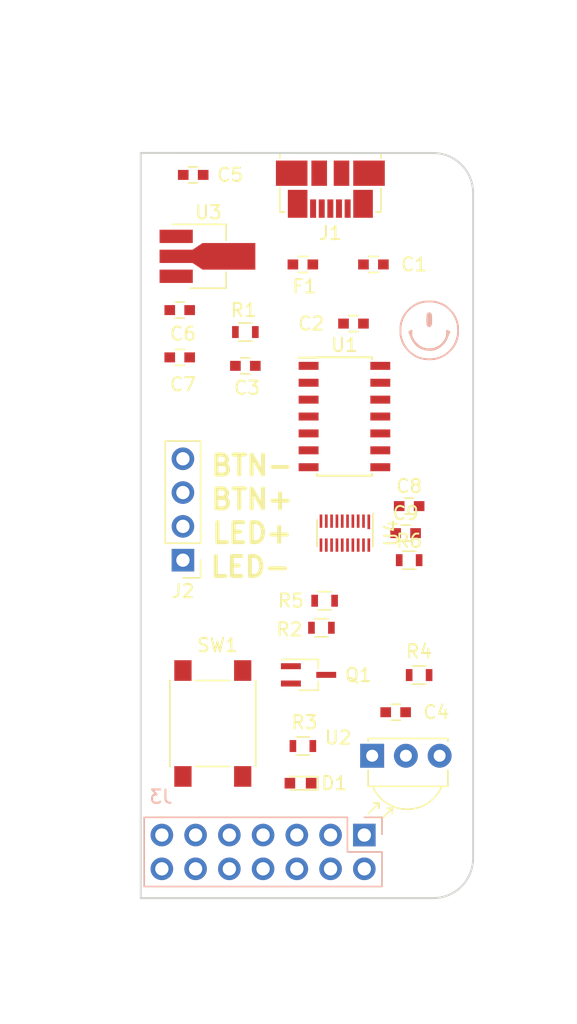
<source format=kicad_pcb>
(kicad_pcb (version 20171130) (host pcbnew 5.0.2-bee76a0~70~ubuntu14.04.1)

  (general
    (thickness 1.6)
    (drawings 17)
    (tracks 0)
    (zones 0)
    (modules 29)
    (nets 30)
  )

  (page A4)
  (title_block
    (title "KillSwitch on ATTiny84")
    (date 2019-02-06)
    (rev 0.1)
    (company "Dana Hynes")
    (comment 1 "Copyright (c) 2019 ")
    (comment 2 "All rights reserved")
  )

  (layers
    (0 F.Cu signal)
    (31 B.Cu signal)
    (32 B.Adhes user)
    (33 F.Adhes user)
    (34 B.Paste user)
    (35 F.Paste user)
    (36 B.SilkS user)
    (37 F.SilkS user)
    (38 B.Mask user)
    (39 F.Mask user)
    (40 Dwgs.User user)
    (41 Cmts.User user)
    (42 Eco1.User user)
    (43 Eco2.User user)
    (44 Edge.Cuts user)
    (45 Margin user)
    (46 B.CrtYd user)
    (47 F.CrtYd user)
    (48 B.Fab user)
    (49 F.Fab user)
  )

  (setup
    (last_trace_width 0.254)
    (trace_clearance 0.254)
    (zone_clearance 0.508)
    (zone_45_only no)
    (trace_min 0.1)
    (segment_width 0.2)
    (edge_width 0.15)
    (via_size 0.508)
    (via_drill 0.4)
    (via_min_size 0.4)
    (via_min_drill 0.3)
    (uvia_size 0.3)
    (uvia_drill 0.1)
    (uvias_allowed no)
    (uvia_min_size 0)
    (uvia_min_drill 0)
    (pcb_text_width 0.3)
    (pcb_text_size 1.5 1.5)
    (mod_edge_width 0.15)
    (mod_text_size 1 1)
    (mod_text_width 0.15)
    (pad_size 1.55 1.3)
    (pad_drill 0)
    (pad_to_mask_clearance 0.2)
    (solder_mask_min_width 0.25)
    (aux_axis_origin 0 0)
    (grid_origin 160 125)
    (visible_elements FFFDFFFF)
    (pcbplotparams
      (layerselection 0x00030_80000001)
      (usegerberextensions false)
      (usegerberattributes false)
      (usegerberadvancedattributes false)
      (creategerberjobfile false)
      (excludeedgelayer true)
      (linewidth 0.100000)
      (plotframeref false)
      (viasonmask false)
      (mode 1)
      (useauxorigin false)
      (hpglpennumber 1)
      (hpglpenspeed 20)
      (hpglpendiameter 15.000000)
      (psnegative false)
      (psa4output false)
      (plotreference true)
      (plotvalue true)
      (plotinvisibletext false)
      (padsonsilk false)
      (subtractmaskfromsilk false)
      (outputformat 1)
      (mirror false)
      (drillshape 1)
      (scaleselection 1)
      (outputdirectory ""))
  )

  (net 0 "")
  (net 1 GND)
  (net 2 "Net-(D1-Pad1)")
  (net 3 +5V)
  (net 4 "Net-(Q1-Pad1)")
  (net 5 "Net-(U1-Pad12)")
  (net 6 "Net-(C1-Pad1)")
  (net 7 VOUT)
  (net 8 LED)
  (net 9 BTN)
  (net 10 "Net-(C4-Pad1)")
  (net 11 "Net-(R5-Pad1)")
  (net 12 RST_A)
  (net 13 +3V3)
  (net 14 FB_P)
  (net 15 TR_P)
  (net 16 RST_P)
  (net 17 RX_P)
  (net 18 TX_P)
  (net 19 MOSI_P)
  (net 20 MISO_P)
  (net 21 SCK_P)
  (net 22 "Net-(R6-Pad2)")
  (net 23 MISO_A)
  (net 24 MOSI_A)
  (net 25 RX_A)
  (net 26 TX_A)
  (net 27 SCK_A)
  (net 28 TR_A)
  (net 29 FB_A)

  (net_class Default "This is the default net class."
    (clearance 0.254)
    (trace_width 0.254)
    (via_dia 0.508)
    (via_drill 0.4)
    (uvia_dia 0.3)
    (uvia_drill 0.1)
    (add_net +3V3)
    (add_net BTN)
    (add_net FB_A)
    (add_net FB_P)
    (add_net LED)
    (add_net MISO_A)
    (add_net MISO_P)
    (add_net MOSI_A)
    (add_net MOSI_P)
    (add_net "Net-(C4-Pad1)")
    (add_net "Net-(D1-Pad1)")
    (add_net "Net-(Q1-Pad1)")
    (add_net "Net-(R5-Pad1)")
    (add_net "Net-(R6-Pad2)")
    (add_net "Net-(U1-Pad12)")
    (add_net RST_A)
    (add_net RST_P)
    (add_net RX_A)
    (add_net RX_P)
    (add_net SCK_A)
    (add_net SCK_P)
    (add_net TR_A)
    (add_net TR_P)
    (add_net TX_A)
    (add_net TX_P)
  )

  (net_class Power ""
    (clearance 0.508)
    (trace_width 0.508)
    (via_dia 1.016)
    (via_drill 0.4)
    (uvia_dia 0.3)
    (uvia_drill 0.1)
    (add_net +5V)
    (add_net GND)
    (add_net "Net-(C1-Pad1)")
    (add_net VOUT)
  )

  (module Resistors_SMD:R_0603 (layer F.Cu) (tedit 58E0A804) (tstamp 5C0EF52C)
    (at 155.936 108.236 180)
    (descr "Resistor SMD 0603, reflow soldering, Vishay (see dcrcw.pdf)")
    (tags "resistor 0603")
    (path /5B892DFC)
    (attr smd)
    (fp_text reference R4 (at 0 1.778 180) (layer F.SilkS)
      (effects (font (size 1 1) (thickness 0.15)))
    )
    (fp_text value 100 (at 0 1.5 180) (layer F.Fab)
      (effects (font (size 1 1) (thickness 0.15)))
    )
    (fp_line (start 1.25 0.7) (end -1.25 0.7) (layer F.CrtYd) (width 0.05))
    (fp_line (start 1.25 0.7) (end 1.25 -0.7) (layer F.CrtYd) (width 0.05))
    (fp_line (start -1.25 -0.7) (end -1.25 0.7) (layer F.CrtYd) (width 0.05))
    (fp_line (start -1.25 -0.7) (end 1.25 -0.7) (layer F.CrtYd) (width 0.05))
    (fp_line (start -0.5 -0.68) (end 0.5 -0.68) (layer F.SilkS) (width 0.12))
    (fp_line (start 0.5 0.68) (end -0.5 0.68) (layer F.SilkS) (width 0.12))
    (fp_line (start -0.8 -0.4) (end 0.8 -0.4) (layer F.Fab) (width 0.1))
    (fp_line (start 0.8 -0.4) (end 0.8 0.4) (layer F.Fab) (width 0.1))
    (fp_line (start 0.8 0.4) (end -0.8 0.4) (layer F.Fab) (width 0.1))
    (fp_line (start -0.8 0.4) (end -0.8 -0.4) (layer F.Fab) (width 0.1))
    (fp_text user %R (at 0 0 180) (layer F.Fab)
      (effects (font (size 0.4 0.4) (thickness 0.075)))
    )
    (pad 2 smd rect (at 0.75 0 180) (size 0.5 0.9) (layers F.Cu F.Paste F.Mask)
      (net 10 "Net-(C4-Pad1)"))
    (pad 1 smd rect (at -0.75 0 180) (size 0.5 0.9) (layers F.Cu F.Paste F.Mask)
      (net 3 +5V))
    (model ${KISYS3DMOD}/Resistors_SMD.3dshapes/R_0603.wrl
      (at (xyz 0 0 0))
      (scale (xyz 1 1 1))
      (rotate (xyz 0 0 0))
    )
  )

  (module Housings_SOIC:SOIC-14_3.9x8.7mm_Pitch1.27mm (layer F.Cu) (tedit 58CC8F64) (tstamp 5C0EEBED)
    (at 150.315 88.805)
    (descr "14-Lead Plastic Small Outline (SL) - Narrow, 3.90 mm Body [SOIC] (see Microchip Packaging Specification 00000049BS.pdf)")
    (tags "SOIC 1.27")
    (path /5C0484FF)
    (attr smd)
    (fp_text reference U1 (at 0 -5.375) (layer F.SilkS)
      (effects (font (size 1 1) (thickness 0.15)))
    )
    (fp_text value ATTINY84-20SSU (at 0 5.375) (layer F.Fab)
      (effects (font (size 1 1) (thickness 0.15)))
    )
    (fp_line (start -2.075 -4.425) (end -3.45 -4.425) (layer F.SilkS) (width 0.15))
    (fp_line (start -2.075 4.45) (end 2.075 4.45) (layer F.SilkS) (width 0.15))
    (fp_line (start -2.075 -4.45) (end 2.075 -4.45) (layer F.SilkS) (width 0.15))
    (fp_line (start -2.075 4.45) (end -2.075 4.335) (layer F.SilkS) (width 0.15))
    (fp_line (start 2.075 4.45) (end 2.075 4.335) (layer F.SilkS) (width 0.15))
    (fp_line (start 2.075 -4.45) (end 2.075 -4.335) (layer F.SilkS) (width 0.15))
    (fp_line (start -2.075 -4.45) (end -2.075 -4.425) (layer F.SilkS) (width 0.15))
    (fp_line (start -3.7 4.65) (end 3.7 4.65) (layer F.CrtYd) (width 0.05))
    (fp_line (start -3.7 -4.65) (end 3.7 -4.65) (layer F.CrtYd) (width 0.05))
    (fp_line (start 3.7 -4.65) (end 3.7 4.65) (layer F.CrtYd) (width 0.05))
    (fp_line (start -3.7 -4.65) (end -3.7 4.65) (layer F.CrtYd) (width 0.05))
    (fp_line (start -1.95 -3.35) (end -0.95 -4.35) (layer F.Fab) (width 0.15))
    (fp_line (start -1.95 4.35) (end -1.95 -3.35) (layer F.Fab) (width 0.15))
    (fp_line (start 1.95 4.35) (end -1.95 4.35) (layer F.Fab) (width 0.15))
    (fp_line (start 1.95 -4.35) (end 1.95 4.35) (layer F.Fab) (width 0.15))
    (fp_line (start -0.95 -4.35) (end 1.95 -4.35) (layer F.Fab) (width 0.15))
    (fp_text user %R (at 0 0) (layer F.Fab)
      (effects (font (size 0.9 0.9) (thickness 0.135)))
    )
    (pad 14 smd rect (at 2.7 -3.81) (size 1.5 0.6) (layers F.Cu F.Paste F.Mask)
      (net 3 +5V))
    (pad 13 smd rect (at 2.7 -2.54) (size 1.5 0.6) (layers F.Cu F.Paste F.Mask)
      (net 29 FB_A))
    (pad 12 smd rect (at 2.7 -1.27) (size 1.5 0.6) (layers F.Cu F.Paste F.Mask)
      (net 5 "Net-(U1-Pad12)"))
    (pad 11 smd rect (at 2.7 0) (size 1.5 0.6) (layers F.Cu F.Paste F.Mask)
      (net 28 TR_A))
    (pad 10 smd rect (at 2.7 1.27) (size 1.5 0.6) (layers F.Cu F.Paste F.Mask)
      (net 8 LED))
    (pad 9 smd rect (at 2.7 2.54) (size 1.5 0.6) (layers F.Cu F.Paste F.Mask)
      (net 27 SCK_A))
    (pad 8 smd rect (at 2.7 3.81) (size 1.5 0.6) (layers F.Cu F.Paste F.Mask)
      (net 26 TX_A))
    (pad 7 smd rect (at -2.7 3.81) (size 1.5 0.6) (layers F.Cu F.Paste F.Mask)
      (net 25 RX_A))
    (pad 6 smd rect (at -2.7 2.54) (size 1.5 0.6) (layers F.Cu F.Paste F.Mask)
      (net 9 BTN))
    (pad 5 smd rect (at -2.7 1.27) (size 1.5 0.6) (layers F.Cu F.Paste F.Mask)
      (net 24 MOSI_A))
    (pad 4 smd rect (at -2.7 0) (size 1.5 0.6) (layers F.Cu F.Paste F.Mask)
      (net 12 RST_A))
    (pad 3 smd rect (at -2.7 -1.27) (size 1.5 0.6) (layers F.Cu F.Paste F.Mask)
      (net 11 "Net-(R5-Pad1)"))
    (pad 2 smd rect (at -2.7 -2.54) (size 1.5 0.6) (layers F.Cu F.Paste F.Mask)
      (net 23 MISO_A))
    (pad 1 smd rect (at -2.7 -3.81) (size 1.5 0.6) (layers F.Cu F.Paste F.Mask)
      (net 1 GND))
    (model ${KISYS3DMOD}/Housings_SOIC.3dshapes/SOIC-14_3.9x8.7mm_Pitch1.27mm.wrl
      (at (xyz 0 0 0))
      (scale (xyz 1 1 1))
      (rotate (xyz 0 0 0))
    )
  )

  (module Opto-Devices:IRReceiver_Vishay_MOLD-3pin (layer F.Cu) (tedit 588C8EE1) (tstamp 5B89398A)
    (at 152.4 114.3)
    (descr "IR Receiver Vishay TSOP-xxxx, MOLD package")
    (tags "IR Receiver Vishay TSOP-xxxx MOLD")
    (path /5B892CCF)
    (fp_text reference U2 (at -2.56 -1.365 180) (layer F.SilkS)
      (effects (font (size 1 1) (thickness 0.15)))
    )
    (fp_text value TSDP341xx (at 2.54 -2.15 180) (layer F.Fab)
      (effects (font (size 1 1) (thickness 0.15)))
    )
    (fp_arc (start 2.64 1.15) (end 5.14 2.25) (angle 132) (layer F.Fab) (width 0.1))
    (fp_arc (start 2.64 1.2) (end 5.24 2.3) (angle 133) (layer F.SilkS) (width 0.12))
    (fp_line (start -1.15 -1.5) (end 6.23 -1.5) (layer F.CrtYd) (width 0.05))
    (fp_line (start -1.15 -1.5) (end -1.15 4.13) (layer F.CrtYd) (width 0.05))
    (fp_line (start 6.23 4.13) (end 6.23 -1.5) (layer F.CrtYd) (width 0.05))
    (fp_line (start 6.23 4.13) (end -1.15 4.13) (layer F.CrtYd) (width 0.05))
    (fp_line (start 1.52 3.95) (end 1.12 3.95) (layer F.SilkS) (width 0.12))
    (fp_line (start 1.52 3.95) (end 1.52 4.35) (layer F.SilkS) (width 0.12))
    (fp_line (start 1.52 3.95) (end 0.72 4.75) (layer F.SilkS) (width 0.12))
    (fp_line (start 0.52 3.55) (end -0.28 4.35) (layer F.SilkS) (width 0.12))
    (fp_line (start 0.52 3.55) (end 0.52 3.95) (layer F.SilkS) (width 0.12))
    (fp_line (start 0.52 3.55) (end 0.12 3.55) (layer F.SilkS) (width 0.12))
    (fp_line (start 5.7 -1.3) (end -0.3 -1.3) (layer F.SilkS) (width 0.12))
    (fp_line (start -0.3 2.3) (end -0.3 1.1) (layer F.SilkS) (width 0.12))
    (fp_line (start 5.7 2.3) (end -0.3 2.3) (layer F.SilkS) (width 0.12))
    (fp_line (start -0.3 -1.3) (end -0.3 -1.1) (layer F.SilkS) (width 0.12))
    (fp_line (start 5.7 -1.3) (end 5.7 -1.1) (layer F.SilkS) (width 0.12))
    (fp_line (start 5.7 2.3) (end 5.7 1.1) (layer F.SilkS) (width 0.12))
    (fp_line (start 5.6 -1.25) (end 5.6 2.2) (layer F.Fab) (width 0.1))
    (fp_line (start -0.25 -1.25) (end 5.6 -1.25) (layer F.Fab) (width 0.1))
    (fp_line (start -0.2 2.2) (end -0.25 -1.25) (layer F.Fab) (width 0.1))
    (fp_line (start 5.6 2.2) (end -0.2 2.2) (layer F.Fab) (width 0.1))
    (pad 3 thru_hole circle (at 5.08 0) (size 1.8 1.8) (drill 0.9) (layers *.Cu *.Mask)
      (net 10 "Net-(C4-Pad1)"))
    (pad 2 thru_hole circle (at 2.54 0) (size 1.8 1.8) (drill 0.9) (layers *.Cu *.Mask)
      (net 1 GND))
    (pad 1 thru_hole rect (at 0 0) (size 1.8 1.8) (drill 0.9) (layers *.Cu *.Mask)
      (net 5 "Net-(U1-Pad12)"))
  )

  (module Mounting_Holes:MountingHole_2.7mm locked (layer F.Cu) (tedit 56D1B4CB) (tstamp 5B8ABAC2)
    (at 156.5 72.5)
    (descr "Mounting Hole 2.7mm, no annular")
    (tags "mounting hole 2.7mm no annular")
    (attr virtual)
    (fp_text reference "" (at 0 -3.7) (layer F.SilkS)
      (effects (font (size 1 1) (thickness 0.15)))
    )
    (fp_text value MountingHole_2.7mm (at 0 3.7) (layer F.Fab)
      (effects (font (size 1 1) (thickness 0.15)))
    )
    (fp_circle (center 0 0) (end 2.95 0) (layer F.CrtYd) (width 0.05))
    (fp_circle (center 0 0) (end 2.7 0) (layer Cmts.User) (width 0.15))
    (fp_text user %R (at 0.3 0) (layer F.Fab)
      (effects (font (size 1 1) (thickness 0.15)))
    )
    (pad 1 np_thru_hole circle (at 0 0) (size 2.7 2.7) (drill 2.7) (layers *.Cu *.Mask))
  )

  (module Mounting_Holes:MountingHole_2.7mm locked (layer F.Cu) (tedit 56D1B4CB) (tstamp 5B8ABAF1)
    (at 156.5 121.5)
    (descr "Mounting Hole 2.7mm, no annular")
    (tags "mounting hole 2.7mm no annular")
    (attr virtual)
    (fp_text reference "" (at 0 -3.7) (layer F.SilkS)
      (effects (font (size 1 1) (thickness 0.15)))
    )
    (fp_text value MountingHole_2.7mm (at 0 3.7) (layer F.Fab)
      (effects (font (size 1 1) (thickness 0.15)))
    )
    (fp_circle (center 0 0) (end 2.95 0) (layer F.CrtYd) (width 0.05))
    (fp_circle (center 0 0) (end 2.7 0) (layer Cmts.User) (width 0.15))
    (fp_text user %R (at 0.3 0) (layer F.Fab)
      (effects (font (size 1 1) (thickness 0.15)))
    )
    (pad 1 np_thru_hole circle (at 0 0) (size 2.7 2.7) (drill 2.7) (layers *.Cu *.Mask))
  )

  (module Buttons_Switches_SMD:SW_SPST_PTS645 (layer F.Cu) (tedit 58724A80) (tstamp 5B8AC3D8)
    (at 140.406 111.876 270)
    (descr "C&K Components SPST SMD PTS645 Series 6mm Tact Switch")
    (tags "SPST Button Switch")
    (path /5B892EE0)
    (attr smd)
    (fp_text reference SW1 (at -5.885 -0.345) (layer F.SilkS)
      (effects (font (size 1 1) (thickness 0.15)))
    )
    (fp_text value SW_Push (at 0 4.15 270) (layer F.Fab)
      (effects (font (size 1 1) (thickness 0.15)))
    )
    (fp_circle (center 0 0) (end 1.75 -0.05) (layer F.Fab) (width 0.1))
    (fp_line (start -3.23 3.23) (end 3.23 3.23) (layer F.SilkS) (width 0.12))
    (fp_line (start -3.23 -1.3) (end -3.23 1.3) (layer F.SilkS) (width 0.12))
    (fp_line (start -3.23 -3.23) (end 3.23 -3.23) (layer F.SilkS) (width 0.12))
    (fp_line (start 3.23 -1.3) (end 3.23 1.3) (layer F.SilkS) (width 0.12))
    (fp_line (start -3.23 -3.2) (end -3.23 -3.23) (layer F.SilkS) (width 0.12))
    (fp_line (start -3.23 3.23) (end -3.23 3.2) (layer F.SilkS) (width 0.12))
    (fp_line (start 3.23 3.23) (end 3.23 3.2) (layer F.SilkS) (width 0.12))
    (fp_line (start 3.23 -3.23) (end 3.23 -3.2) (layer F.SilkS) (width 0.12))
    (fp_line (start -5.05 -3.4) (end 5.05 -3.4) (layer F.CrtYd) (width 0.05))
    (fp_line (start -5.05 3.4) (end 5.05 3.4) (layer F.CrtYd) (width 0.05))
    (fp_line (start -5.05 -3.4) (end -5.05 3.4) (layer F.CrtYd) (width 0.05))
    (fp_line (start 5.05 3.4) (end 5.05 -3.4) (layer F.CrtYd) (width 0.05))
    (fp_line (start 3 -3) (end -3 -3) (layer F.Fab) (width 0.1))
    (fp_line (start 3 3) (end 3 -3) (layer F.Fab) (width 0.1))
    (fp_line (start -3 3) (end 3 3) (layer F.Fab) (width 0.1))
    (fp_line (start -3 -3) (end -3 3) (layer F.Fab) (width 0.1))
    (fp_text user %R (at 0 -4.05 270) (layer F.Fab)
      (effects (font (size 1 1) (thickness 0.15)))
    )
    (pad 2 smd rect (at 3.98 2.25 270) (size 1.55 1.3) (layers F.Cu F.Paste F.Mask)
      (net 9 BTN))
    (pad 1 smd rect (at 3.98 -2.25 270) (size 1.55 1.3) (layers F.Cu F.Paste F.Mask)
      (net 1 GND))
    (pad 1 smd rect (at -3.98 -2.25 270) (size 1.55 1.3) (layers F.Cu F.Paste F.Mask)
      (net 1 GND))
    (pad 2 smd rect (at -3.98 2.25 270) (size 1.55 1.3) (layers F.Cu F.Paste F.Mask)
      (net 9 BTN))
    (model ${KISYS3DMOD}/Buttons_Switches_SMD.3dshapes/SW_SPST_PTS645.wrl
      (at (xyz 0 0 0))
      (scale (xyz 1 1 1))
      (rotate (xyz 0 0 0))
    )
  )

  (module Capacitors_SMD:C_0603 (layer F.Cu) (tedit 59958EE7) (tstamp 5C0EF498)
    (at 152.495 77.375)
    (descr "Capacitor SMD 0603, reflow soldering, AVX (see smccp.pdf)")
    (tags "capacitor 0603")
    (path /5B893E32)
    (attr smd)
    (fp_text reference C1 (at 3.06 0) (layer F.SilkS)
      (effects (font (size 1 1) (thickness 0.15)))
    )
    (fp_text value 10uF (at 0 1.5) (layer F.Fab)
      (effects (font (size 1 1) (thickness 0.15)))
    )
    (fp_text user %R (at 0 0) (layer F.Fab)
      (effects (font (size 0.3 0.3) (thickness 0.075)))
    )
    (fp_line (start -0.8 0.4) (end -0.8 -0.4) (layer F.Fab) (width 0.1))
    (fp_line (start 0.8 0.4) (end -0.8 0.4) (layer F.Fab) (width 0.1))
    (fp_line (start 0.8 -0.4) (end 0.8 0.4) (layer F.Fab) (width 0.1))
    (fp_line (start -0.8 -0.4) (end 0.8 -0.4) (layer F.Fab) (width 0.1))
    (fp_line (start -0.35 -0.6) (end 0.35 -0.6) (layer F.SilkS) (width 0.12))
    (fp_line (start 0.35 0.6) (end -0.35 0.6) (layer F.SilkS) (width 0.12))
    (fp_line (start -1.4 -0.65) (end 1.4 -0.65) (layer F.CrtYd) (width 0.05))
    (fp_line (start -1.4 -0.65) (end -1.4 0.65) (layer F.CrtYd) (width 0.05))
    (fp_line (start 1.4 0.65) (end 1.4 -0.65) (layer F.CrtYd) (width 0.05))
    (fp_line (start 1.4 0.65) (end -1.4 0.65) (layer F.CrtYd) (width 0.05))
    (pad 1 smd rect (at -0.75 0) (size 0.8 0.75) (layers F.Cu F.Paste F.Mask)
      (net 6 "Net-(C1-Pad1)"))
    (pad 2 smd rect (at 0.75 0) (size 0.8 0.75) (layers F.Cu F.Paste F.Mask)
      (net 1 GND))
    (model Capacitors_SMD.3dshapes/C_0603.wrl
      (at (xyz 0 0 0))
      (scale (xyz 1 1 1))
      (rotate (xyz 0 0 0))
    )
  )

  (module Capacitors_SMD:C_0603 (layer F.Cu) (tedit 59958EE7) (tstamp 5C0EF4A8)
    (at 150.995 81.82)
    (descr "Capacitor SMD 0603, reflow soldering, AVX (see smccp.pdf)")
    (tags "capacitor 0603")
    (path /5B892C60)
    (attr smd)
    (fp_text reference C2 (at -3.187 0) (layer F.SilkS)
      (effects (font (size 1 1) (thickness 0.15)))
    )
    (fp_text value 10nF (at 0 1.5) (layer F.Fab)
      (effects (font (size 1 1) (thickness 0.15)))
    )
    (fp_text user %R (at 0 0) (layer F.Fab)
      (effects (font (size 0.3 0.3) (thickness 0.075)))
    )
    (fp_line (start -0.8 0.4) (end -0.8 -0.4) (layer F.Fab) (width 0.1))
    (fp_line (start 0.8 0.4) (end -0.8 0.4) (layer F.Fab) (width 0.1))
    (fp_line (start 0.8 -0.4) (end 0.8 0.4) (layer F.Fab) (width 0.1))
    (fp_line (start -0.8 -0.4) (end 0.8 -0.4) (layer F.Fab) (width 0.1))
    (fp_line (start -0.35 -0.6) (end 0.35 -0.6) (layer F.SilkS) (width 0.12))
    (fp_line (start 0.35 0.6) (end -0.35 0.6) (layer F.SilkS) (width 0.12))
    (fp_line (start -1.4 -0.65) (end 1.4 -0.65) (layer F.CrtYd) (width 0.05))
    (fp_line (start -1.4 -0.65) (end -1.4 0.65) (layer F.CrtYd) (width 0.05))
    (fp_line (start 1.4 0.65) (end 1.4 -0.65) (layer F.CrtYd) (width 0.05))
    (fp_line (start 1.4 0.65) (end -1.4 0.65) (layer F.CrtYd) (width 0.05))
    (pad 1 smd rect (at -0.75 0) (size 0.8 0.75) (layers F.Cu F.Paste F.Mask)
      (net 3 +5V))
    (pad 2 smd rect (at 0.75 0) (size 0.8 0.75) (layers F.Cu F.Paste F.Mask)
      (net 1 GND))
    (model Capacitors_SMD.3dshapes/C_0603.wrl
      (at (xyz 0 0 0))
      (scale (xyz 1 1 1))
      (rotate (xyz 0 0 0))
    )
  )

  (module Capacitors_SMD:C_0603 (layer F.Cu) (tedit 59958EE7) (tstamp 5C0EF4B8)
    (at 142.855 84.995)
    (descr "Capacitor SMD 0603, reflow soldering, AVX (see smccp.pdf)")
    (tags "capacitor 0603")
    (path /5B892D2F)
    (attr smd)
    (fp_text reference C3 (at 0.127 1.651) (layer F.SilkS)
      (effects (font (size 1 1) (thickness 0.15)))
    )
    (fp_text value 10nF (at 0 1.5) (layer F.Fab)
      (effects (font (size 1 1) (thickness 0.15)))
    )
    (fp_text user %R (at 0 0) (layer F.Fab)
      (effects (font (size 0.3 0.3) (thickness 0.075)))
    )
    (fp_line (start -0.8 0.4) (end -0.8 -0.4) (layer F.Fab) (width 0.1))
    (fp_line (start 0.8 0.4) (end -0.8 0.4) (layer F.Fab) (width 0.1))
    (fp_line (start 0.8 -0.4) (end 0.8 0.4) (layer F.Fab) (width 0.1))
    (fp_line (start -0.8 -0.4) (end 0.8 -0.4) (layer F.Fab) (width 0.1))
    (fp_line (start -0.35 -0.6) (end 0.35 -0.6) (layer F.SilkS) (width 0.12))
    (fp_line (start 0.35 0.6) (end -0.35 0.6) (layer F.SilkS) (width 0.12))
    (fp_line (start -1.4 -0.65) (end 1.4 -0.65) (layer F.CrtYd) (width 0.05))
    (fp_line (start -1.4 -0.65) (end -1.4 0.65) (layer F.CrtYd) (width 0.05))
    (fp_line (start 1.4 0.65) (end 1.4 -0.65) (layer F.CrtYd) (width 0.05))
    (fp_line (start 1.4 0.65) (end -1.4 0.65) (layer F.CrtYd) (width 0.05))
    (pad 1 smd rect (at -0.75 0) (size 0.8 0.75) (layers F.Cu F.Paste F.Mask)
      (net 12 RST_A))
    (pad 2 smd rect (at 0.75 0) (size 0.8 0.75) (layers F.Cu F.Paste F.Mask)
      (net 1 GND))
    (model Capacitors_SMD.3dshapes/C_0603.wrl
      (at (xyz 0 0 0))
      (scale (xyz 1 1 1))
      (rotate (xyz 0 0 0))
    )
  )

  (module Capacitors_SMD:C_0603 (layer F.Cu) (tedit 59958EE7) (tstamp 5C0EF4C8)
    (at 154.17 111.03 180)
    (descr "Capacitor SMD 0603, reflow soldering, AVX (see smccp.pdf)")
    (tags "capacitor 0603")
    (path /5B894EA4)
    (attr smd)
    (fp_text reference C4 (at -3.06 0 180) (layer F.SilkS)
      (effects (font (size 1 1) (thickness 0.15)))
    )
    (fp_text value 100uf (at 0 1.5 180) (layer F.Fab)
      (effects (font (size 1 1) (thickness 0.15)))
    )
    (fp_text user %R (at 0 0 180) (layer F.Fab)
      (effects (font (size 0.3 0.3) (thickness 0.075)))
    )
    (fp_line (start -0.8 0.4) (end -0.8 -0.4) (layer F.Fab) (width 0.1))
    (fp_line (start 0.8 0.4) (end -0.8 0.4) (layer F.Fab) (width 0.1))
    (fp_line (start 0.8 -0.4) (end 0.8 0.4) (layer F.Fab) (width 0.1))
    (fp_line (start -0.8 -0.4) (end 0.8 -0.4) (layer F.Fab) (width 0.1))
    (fp_line (start -0.35 -0.6) (end 0.35 -0.6) (layer F.SilkS) (width 0.12))
    (fp_line (start 0.35 0.6) (end -0.35 0.6) (layer F.SilkS) (width 0.12))
    (fp_line (start -1.4 -0.65) (end 1.4 -0.65) (layer F.CrtYd) (width 0.05))
    (fp_line (start -1.4 -0.65) (end -1.4 0.65) (layer F.CrtYd) (width 0.05))
    (fp_line (start 1.4 0.65) (end 1.4 -0.65) (layer F.CrtYd) (width 0.05))
    (fp_line (start 1.4 0.65) (end -1.4 0.65) (layer F.CrtYd) (width 0.05))
    (pad 1 smd rect (at -0.75 0 180) (size 0.8 0.75) (layers F.Cu F.Paste F.Mask)
      (net 10 "Net-(C4-Pad1)"))
    (pad 2 smd rect (at 0.75 0 180) (size 0.8 0.75) (layers F.Cu F.Paste F.Mask)
      (net 1 GND))
    (model Capacitors_SMD.3dshapes/C_0603.wrl
      (at (xyz 0 0 0))
      (scale (xyz 1 1 1))
      (rotate (xyz 0 0 0))
    )
  )

  (module LEDs:LED_0603 (layer F.Cu) (tedit 57FE93A5) (tstamp 5C0EF4D8)
    (at 147.008 116.364 180)
    (descr "LED 0603 smd package")
    (tags "LED led 0603 SMD smd SMT smt smdled SMDLED smtled SMTLED")
    (path /5B892E70)
    (attr smd)
    (fp_text reference D1 (at -2.54 0 180) (layer F.SilkS)
      (effects (font (size 1 1) (thickness 0.15)))
    )
    (fp_text value LED (at 0 1.35 180) (layer F.Fab)
      (effects (font (size 1 1) (thickness 0.15)))
    )
    (fp_line (start -1.45 -0.65) (end 1.45 -0.65) (layer F.CrtYd) (width 0.05))
    (fp_line (start -1.45 0.65) (end -1.45 -0.65) (layer F.CrtYd) (width 0.05))
    (fp_line (start 1.45 0.65) (end -1.45 0.65) (layer F.CrtYd) (width 0.05))
    (fp_line (start 1.45 -0.65) (end 1.45 0.65) (layer F.CrtYd) (width 0.05))
    (fp_line (start -1.3 -0.5) (end 0.8 -0.5) (layer F.SilkS) (width 0.12))
    (fp_line (start -1.3 0.5) (end 0.8 0.5) (layer F.SilkS) (width 0.12))
    (fp_line (start -0.8 0.4) (end -0.8 -0.4) (layer F.Fab) (width 0.1))
    (fp_line (start -0.8 -0.4) (end 0.8 -0.4) (layer F.Fab) (width 0.1))
    (fp_line (start 0.8 -0.4) (end 0.8 0.4) (layer F.Fab) (width 0.1))
    (fp_line (start 0.8 0.4) (end -0.8 0.4) (layer F.Fab) (width 0.1))
    (fp_line (start 0.15 -0.2) (end 0.15 0.2) (layer F.Fab) (width 0.1))
    (fp_line (start 0.15 0.2) (end -0.15 0) (layer F.Fab) (width 0.1))
    (fp_line (start -0.15 0) (end 0.15 -0.2) (layer F.Fab) (width 0.1))
    (fp_line (start -0.2 -0.2) (end -0.2 0.2) (layer F.Fab) (width 0.1))
    (fp_line (start -1.3 -0.5) (end -1.3 0.5) (layer F.SilkS) (width 0.12))
    (pad 1 smd rect (at -0.8 0) (size 0.8 0.8) (layers F.Cu F.Paste F.Mask)
      (net 2 "Net-(D1-Pad1)"))
    (pad 2 smd rect (at 0.8 0) (size 0.8 0.8) (layers F.Cu F.Paste F.Mask)
      (net 8 LED))
    (model ${KISYS3DMOD}/LEDs.3dshapes/LED_0603.wrl
      (at (xyz 0 0 0))
      (scale (xyz 1 1 1))
      (rotate (xyz 0 0 180))
    )
  )

  (module Capacitors_SMD:C_0603 (layer F.Cu) (tedit 59958EE7) (tstamp 5C0EF4EC)
    (at 147.185 77.375 180)
    (descr "Capacitor SMD 0603, reflow soldering, AVX (see smccp.pdf)")
    (tags "capacitor 0603")
    (path /5C075F00)
    (attr smd)
    (fp_text reference F1 (at -0.115 -1.651 180) (layer F.SilkS)
      (effects (font (size 1 1) (thickness 0.15)))
    )
    (fp_text value 1A (at 0 1.5 180) (layer F.Fab)
      (effects (font (size 1 1) (thickness 0.15)))
    )
    (fp_text user %R (at 0 0 180) (layer F.Fab)
      (effects (font (size 0.3 0.3) (thickness 0.075)))
    )
    (fp_line (start -0.8 0.4) (end -0.8 -0.4) (layer F.Fab) (width 0.1))
    (fp_line (start 0.8 0.4) (end -0.8 0.4) (layer F.Fab) (width 0.1))
    (fp_line (start 0.8 -0.4) (end 0.8 0.4) (layer F.Fab) (width 0.1))
    (fp_line (start -0.8 -0.4) (end 0.8 -0.4) (layer F.Fab) (width 0.1))
    (fp_line (start -0.35 -0.6) (end 0.35 -0.6) (layer F.SilkS) (width 0.12))
    (fp_line (start 0.35 0.6) (end -0.35 0.6) (layer F.SilkS) (width 0.12))
    (fp_line (start -1.4 -0.65) (end 1.4 -0.65) (layer F.CrtYd) (width 0.05))
    (fp_line (start -1.4 -0.65) (end -1.4 0.65) (layer F.CrtYd) (width 0.05))
    (fp_line (start 1.4 0.65) (end 1.4 -0.65) (layer F.CrtYd) (width 0.05))
    (fp_line (start 1.4 0.65) (end -1.4 0.65) (layer F.CrtYd) (width 0.05))
    (pad 1 smd rect (at -0.75 0 180) (size 0.8 0.75) (layers F.Cu F.Paste F.Mask)
      (net 6 "Net-(C1-Pad1)"))
    (pad 2 smd rect (at 0.75 0 180) (size 0.8 0.75) (layers F.Cu F.Paste F.Mask)
      (net 3 +5V))
    (model Capacitors_SMD.3dshapes/C_0603.wrl
      (at (xyz 0 0 0))
      (scale (xyz 1 1 1))
      (rotate (xyz 0 0 0))
    )
  )

  (module Resistors_SMD:R_0603 (layer F.Cu) (tedit 58E0A804) (tstamp 5C0EF4FC)
    (at 142.855 82.455 180)
    (descr "Resistor SMD 0603, reflow soldering, Vishay (see dcrcw.pdf)")
    (tags "resistor 0603")
    (path /5B892DD1)
    (attr smd)
    (fp_text reference R1 (at 0.127 1.651 180) (layer F.SilkS)
      (effects (font (size 1 1) (thickness 0.15)))
    )
    (fp_text value 4.7K (at 0 1.5 180) (layer F.Fab)
      (effects (font (size 1 1) (thickness 0.15)))
    )
    (fp_line (start 1.25 0.7) (end -1.25 0.7) (layer F.CrtYd) (width 0.05))
    (fp_line (start 1.25 0.7) (end 1.25 -0.7) (layer F.CrtYd) (width 0.05))
    (fp_line (start -1.25 -0.7) (end -1.25 0.7) (layer F.CrtYd) (width 0.05))
    (fp_line (start -1.25 -0.7) (end 1.25 -0.7) (layer F.CrtYd) (width 0.05))
    (fp_line (start -0.5 -0.68) (end 0.5 -0.68) (layer F.SilkS) (width 0.12))
    (fp_line (start 0.5 0.68) (end -0.5 0.68) (layer F.SilkS) (width 0.12))
    (fp_line (start -0.8 -0.4) (end 0.8 -0.4) (layer F.Fab) (width 0.1))
    (fp_line (start 0.8 -0.4) (end 0.8 0.4) (layer F.Fab) (width 0.1))
    (fp_line (start 0.8 0.4) (end -0.8 0.4) (layer F.Fab) (width 0.1))
    (fp_line (start -0.8 0.4) (end -0.8 -0.4) (layer F.Fab) (width 0.1))
    (fp_text user %R (at 0 0 180) (layer F.Fab)
      (effects (font (size 0.4 0.4) (thickness 0.075)))
    )
    (pad 2 smd rect (at 0.75 0 180) (size 0.5 0.9) (layers F.Cu F.Paste F.Mask)
      (net 12 RST_A))
    (pad 1 smd rect (at -0.75 0 180) (size 0.5 0.9) (layers F.Cu F.Paste F.Mask)
      (net 3 +5V))
    (model ${KISYS3DMOD}/Resistors_SMD.3dshapes/R_0603.wrl
      (at (xyz 0 0 0))
      (scale (xyz 1 1 1))
      (rotate (xyz 0 0 0))
    )
  )

  (module Resistors_SMD:R_0603 (layer F.Cu) (tedit 58E0A804) (tstamp 5C0EF50C)
    (at 148.582 104.68)
    (descr "Resistor SMD 0603, reflow soldering, Vishay (see dcrcw.pdf)")
    (tags "resistor 0603")
    (path /5C5E8AF0)
    (attr smd)
    (fp_text reference R2 (at -2.413 0.127) (layer F.SilkS)
      (effects (font (size 1 1) (thickness 0.15)))
    )
    (fp_text value 50K (at 0 1.5) (layer F.Fab)
      (effects (font (size 1 1) (thickness 0.15)))
    )
    (fp_line (start 1.25 0.7) (end -1.25 0.7) (layer F.CrtYd) (width 0.05))
    (fp_line (start 1.25 0.7) (end 1.25 -0.7) (layer F.CrtYd) (width 0.05))
    (fp_line (start -1.25 -0.7) (end -1.25 0.7) (layer F.CrtYd) (width 0.05))
    (fp_line (start -1.25 -0.7) (end 1.25 -0.7) (layer F.CrtYd) (width 0.05))
    (fp_line (start -0.5 -0.68) (end 0.5 -0.68) (layer F.SilkS) (width 0.12))
    (fp_line (start 0.5 0.68) (end -0.5 0.68) (layer F.SilkS) (width 0.12))
    (fp_line (start -0.8 -0.4) (end 0.8 -0.4) (layer F.Fab) (width 0.1))
    (fp_line (start 0.8 -0.4) (end 0.8 0.4) (layer F.Fab) (width 0.1))
    (fp_line (start 0.8 0.4) (end -0.8 0.4) (layer F.Fab) (width 0.1))
    (fp_line (start -0.8 0.4) (end -0.8 -0.4) (layer F.Fab) (width 0.1))
    (fp_text user %R (at 0 0) (layer F.Fab)
      (effects (font (size 0.4 0.4) (thickness 0.075)))
    )
    (pad 2 smd rect (at 0.75 0) (size 0.5 0.9) (layers F.Cu F.Paste F.Mask)
      (net 4 "Net-(Q1-Pad1)"))
    (pad 1 smd rect (at -0.75 0) (size 0.5 0.9) (layers F.Cu F.Paste F.Mask)
      (net 3 +5V))
    (model ${KISYS3DMOD}/Resistors_SMD.3dshapes/R_0603.wrl
      (at (xyz 0 0 0))
      (scale (xyz 1 1 1))
      (rotate (xyz 0 0 0))
    )
  )

  (module Resistors_SMD:R_0603 (layer F.Cu) (tedit 58E0A804) (tstamp 5C0EF51C)
    (at 147.185 113.57)
    (descr "Resistor SMD 0603, reflow soldering, Vishay (see dcrcw.pdf)")
    (tags "resistor 0603")
    (path /5B892E2B)
    (attr smd)
    (fp_text reference R3 (at 0.115 -1.778) (layer F.SilkS)
      (effects (font (size 1 1) (thickness 0.15)))
    )
    (fp_text value 1K (at 0 1.5) (layer F.Fab)
      (effects (font (size 1 1) (thickness 0.15)))
    )
    (fp_line (start 1.25 0.7) (end -1.25 0.7) (layer F.CrtYd) (width 0.05))
    (fp_line (start 1.25 0.7) (end 1.25 -0.7) (layer F.CrtYd) (width 0.05))
    (fp_line (start -1.25 -0.7) (end -1.25 0.7) (layer F.CrtYd) (width 0.05))
    (fp_line (start -1.25 -0.7) (end 1.25 -0.7) (layer F.CrtYd) (width 0.05))
    (fp_line (start -0.5 -0.68) (end 0.5 -0.68) (layer F.SilkS) (width 0.12))
    (fp_line (start 0.5 0.68) (end -0.5 0.68) (layer F.SilkS) (width 0.12))
    (fp_line (start -0.8 -0.4) (end 0.8 -0.4) (layer F.Fab) (width 0.1))
    (fp_line (start 0.8 -0.4) (end 0.8 0.4) (layer F.Fab) (width 0.1))
    (fp_line (start 0.8 0.4) (end -0.8 0.4) (layer F.Fab) (width 0.1))
    (fp_line (start -0.8 0.4) (end -0.8 -0.4) (layer F.Fab) (width 0.1))
    (fp_text user %R (at 0 0) (layer F.Fab)
      (effects (font (size 0.4 0.4) (thickness 0.075)))
    )
    (pad 2 smd rect (at 0.75 0) (size 0.5 0.9) (layers F.Cu F.Paste F.Mask)
      (net 1 GND))
    (pad 1 smd rect (at -0.75 0) (size 0.5 0.9) (layers F.Cu F.Paste F.Mask)
      (net 2 "Net-(D1-Pad1)"))
    (model ${KISYS3DMOD}/Resistors_SMD.3dshapes/R_0603.wrl
      (at (xyz 0 0 0))
      (scale (xyz 1 1 1))
      (rotate (xyz 0 0 0))
    )
  )

  (module Resistors_SMD:R_0603 (layer F.Cu) (tedit 58E0A804) (tstamp 5C65FE61)
    (at 148.824 102.648)
    (descr "Resistor SMD 0603, reflow soldering, Vishay (see dcrcw.pdf)")
    (tags "resistor 0603")
    (path /5C5E8B9C)
    (attr smd)
    (fp_text reference R5 (at -2.54 0) (layer F.SilkS)
      (effects (font (size 1 1) (thickness 0.15)))
    )
    (fp_text value 1K (at 0 1.5) (layer F.Fab)
      (effects (font (size 1 1) (thickness 0.15)))
    )
    (fp_line (start 1.25 0.7) (end -1.25 0.7) (layer F.CrtYd) (width 0.05))
    (fp_line (start 1.25 0.7) (end 1.25 -0.7) (layer F.CrtYd) (width 0.05))
    (fp_line (start -1.25 -0.7) (end -1.25 0.7) (layer F.CrtYd) (width 0.05))
    (fp_line (start -1.25 -0.7) (end 1.25 -0.7) (layer F.CrtYd) (width 0.05))
    (fp_line (start -0.5 -0.68) (end 0.5 -0.68) (layer F.SilkS) (width 0.12))
    (fp_line (start 0.5 0.68) (end -0.5 0.68) (layer F.SilkS) (width 0.12))
    (fp_line (start -0.8 -0.4) (end 0.8 -0.4) (layer F.Fab) (width 0.1))
    (fp_line (start 0.8 -0.4) (end 0.8 0.4) (layer F.Fab) (width 0.1))
    (fp_line (start 0.8 0.4) (end -0.8 0.4) (layer F.Fab) (width 0.1))
    (fp_line (start -0.8 0.4) (end -0.8 -0.4) (layer F.Fab) (width 0.1))
    (fp_text user %R (at 0 0) (layer F.Fab)
      (effects (font (size 0.4 0.4) (thickness 0.075)))
    )
    (pad 2 smd rect (at 0.75 0) (size 0.5 0.9) (layers F.Cu F.Paste F.Mask)
      (net 4 "Net-(Q1-Pad1)"))
    (pad 1 smd rect (at -0.75 0) (size 0.5 0.9) (layers F.Cu F.Paste F.Mask)
      (net 11 "Net-(R5-Pad1)"))
    (model ${KISYS3DMOD}/Resistors_SMD.3dshapes/R_0603.wrl
      (at (xyz 0 0 0))
      (scale (xyz 1 1 1))
      (rotate (xyz 0 0 0))
    )
  )

  (module Connectors_USB:USB_Micro-B_Molex_47346-0001 locked (layer F.Cu) (tedit 594C50D0) (tstamp 5C660337)
    (at 149.254 70.517 180)
    (descr "Micro USB B receptable with flange, bottom-mount, SMD, right-angle (http://www.molex.com/pdm_docs/sd/473460001_sd.pdf)")
    (tags "Micro B USB SMD")
    (path /5C056CAA)
    (attr smd)
    (fp_text reference J1 (at 0 -4.5) (layer F.SilkS)
      (effects (font (size 1 1) (thickness 0.15)))
    )
    (fp_text value PWR_IN (at 0 3.4) (layer F.Fab)
      (effects (font (size 1 1) (thickness 0.15)))
    )
    (fp_line (start -3.25 1.45) (end 3.25 1.45) (layer F.Fab) (width 0.1))
    (fp_line (start -3.81 1.4) (end -3.81 1.14) (layer F.SilkS) (width 0.12))
    (fp_line (start -3.81 -1.14) (end -3.81 -2.91) (layer F.SilkS) (width 0.12))
    (fp_line (start -3.81 -2.91) (end -3.43 -2.91) (layer F.SilkS) (width 0.12))
    (fp_line (start 3.81 -2.91) (end 3.81 -1.14) (layer F.SilkS) (width 0.12))
    (fp_line (start 3.81 1.14) (end 3.81 1.4) (layer F.SilkS) (width 0.12))
    (fp_line (start -3.75 2.15) (end -3.75 -2.85) (layer F.Fab) (width 0.1))
    (fp_line (start -3.75 -2.85) (end 3.75 -2.85) (layer F.Fab) (width 0.1))
    (fp_line (start 3.75 -2.85) (end 3.75 2.15) (layer F.Fab) (width 0.1))
    (fp_line (start 3.75 2.15) (end -3.75 2.15) (layer F.Fab) (width 0.1))
    (fp_line (start -4.6 2.7) (end -4.6 -3.9) (layer F.CrtYd) (width 0.05))
    (fp_line (start -4.6 -3.9) (end 4.6 -3.9) (layer F.CrtYd) (width 0.05))
    (fp_line (start 4.6 -3.9) (end 4.6 2.7) (layer F.CrtYd) (width 0.05))
    (fp_line (start 4.6 2.7) (end -4.6 2.7) (layer F.CrtYd) (width 0.05))
    (fp_line (start 3.81 -2.91) (end 3.43 -2.91) (layer F.SilkS) (width 0.12))
    (fp_text user %R (at 0 0 180) (layer F.Fab)
      (effects (font (size 1 1) (thickness 0.15)))
    )
    (fp_text user "PCB Edge" (at 0 1.47) (layer Dwgs.User)
      (effects (font (size 0.4 0.4) (thickness 0.04)))
    )
    (pad 6 smd rect (at 0.84 0 180) (size 1.175 1.9) (layers F.Cu F.Paste F.Mask)
      (net 1 GND))
    (pad 6 smd rect (at -0.84 0 180) (size 1.175 1.9) (layers F.Cu F.Paste F.Mask)
      (net 1 GND))
    (pad 6 smd rect (at 2.91 0 180) (size 2.375 1.9) (layers F.Cu F.Paste F.Mask)
      (net 1 GND))
    (pad 6 smd rect (at -2.91 0 180) (size 2.375 1.9) (layers F.Cu F.Paste F.Mask)
      (net 1 GND))
    (pad 6 smd rect (at 2.4625 -2.3 180) (size 1.475 2.1) (layers F.Cu F.Paste F.Mask)
      (net 1 GND))
    (pad 6 smd rect (at -2.4625 -2.3 180) (size 1.475 2.1) (layers F.Cu F.Paste F.Mask)
      (net 1 GND))
    (pad 5 smd rect (at 1.3 -2.66 180) (size 0.45 1.38) (layers F.Cu F.Paste F.Mask)
      (net 1 GND))
    (pad 4 smd rect (at 0.65 -2.66 180) (size 0.45 1.38) (layers F.Cu F.Paste F.Mask)
      (net 1 GND))
    (pad 3 smd rect (at 0 -2.66 180) (size 0.45 1.38) (layers F.Cu F.Paste F.Mask))
    (pad 2 smd rect (at -0.65 -2.66 180) (size 0.45 1.38) (layers F.Cu F.Paste F.Mask))
    (pad 1 smd rect (at -1.3 -2.66 180) (size 0.45 1.38) (layers F.Cu F.Paste F.Mask)
      (net 6 "Net-(C1-Pad1)"))
    (model ${KISYS3DMOD}/Connectors_USB.3dshapes/USB_Micro-B_Molex_47346-0001.wrl
      (at (xyz 0 0 0))
      (scale (xyz 1 1 1))
      (rotate (xyz 0 0 0))
    )
  )

  (module Socket_Strips:Socket_Strip_Straight_2x07_Pitch2.54mm (layer B.Cu) (tedit 58CD5449) (tstamp 5C65FF28)
    (at 151.81 120.26 90)
    (descr "Through hole straight socket strip, 2x07, 2.54mm pitch, double rows")
    (tags "Through hole socket strip THT 2x07 2.54mm double row")
    (path /5C5F3F28)
    (fp_text reference J3 (at 2.88 -15.305 180) (layer B.SilkS)
      (effects (font (size 1 1) (thickness 0.15)) (justify mirror))
    )
    (fp_text value PI (at -1.27 -17.57 90) (layer B.Fab)
      (effects (font (size 1 1) (thickness 0.15)) (justify mirror))
    )
    (fp_text user %R (at -1.27 2.33 90) (layer B.Fab)
      (effects (font (size 1 1) (thickness 0.15)) (justify mirror))
    )
    (fp_line (start 1.8 1.8) (end -4.35 1.8) (layer B.CrtYd) (width 0.05))
    (fp_line (start 1.8 -17.05) (end 1.8 1.8) (layer B.CrtYd) (width 0.05))
    (fp_line (start -4.35 -17.05) (end 1.8 -17.05) (layer B.CrtYd) (width 0.05))
    (fp_line (start -4.35 1.8) (end -4.35 -17.05) (layer B.CrtYd) (width 0.05))
    (fp_line (start 1.33 1.33) (end 0.06 1.33) (layer B.SilkS) (width 0.12))
    (fp_line (start 1.33 0) (end 1.33 1.33) (layer B.SilkS) (width 0.12))
    (fp_line (start -1.27 -1.27) (end 1.33 -1.27) (layer B.SilkS) (width 0.12))
    (fp_line (start -1.27 1.33) (end -1.27 -1.27) (layer B.SilkS) (width 0.12))
    (fp_line (start -3.87 1.33) (end -1.27 1.33) (layer B.SilkS) (width 0.12))
    (fp_line (start -3.87 -16.57) (end -3.87 1.33) (layer B.SilkS) (width 0.12))
    (fp_line (start 1.33 -16.57) (end -3.87 -16.57) (layer B.SilkS) (width 0.12))
    (fp_line (start 1.33 -1.27) (end 1.33 -16.57) (layer B.SilkS) (width 0.12))
    (fp_line (start 1.27 1.27) (end -3.81 1.27) (layer B.Fab) (width 0.1))
    (fp_line (start 1.27 -16.51) (end 1.27 1.27) (layer B.Fab) (width 0.1))
    (fp_line (start -3.81 -16.51) (end 1.27 -16.51) (layer B.Fab) (width 0.1))
    (fp_line (start -3.81 1.27) (end -3.81 -16.51) (layer B.Fab) (width 0.1))
    (pad 14 thru_hole oval (at -2.54 -15.24 90) (size 1.7 1.7) (drill 1) (layers *.Cu *.Mask)
      (net 1 GND))
    (pad 13 thru_hole oval (at 0 -15.24 90) (size 1.7 1.7) (drill 1) (layers *.Cu *.Mask)
      (net 21 SCK_P))
    (pad 12 thru_hole oval (at -2.54 -12.7 90) (size 1.7 1.7) (drill 1) (layers *.Cu *.Mask)
      (net 20 MISO_P))
    (pad 11 thru_hole oval (at 0 -12.7 90) (size 1.7 1.7) (drill 1) (layers *.Cu *.Mask)
      (net 19 MOSI_P))
    (pad 10 thru_hole oval (at -2.54 -10.16 90) (size 1.7 1.7) (drill 1) (layers *.Cu *.Mask)
      (net 18 TX_P))
    (pad 9 thru_hole oval (at 0 -10.16 90) (size 1.7 1.7) (drill 1) (layers *.Cu *.Mask)
      (net 1 GND))
    (pad 8 thru_hole oval (at -2.54 -7.62 90) (size 1.7 1.7) (drill 1) (layers *.Cu *.Mask)
      (net 17 RX_P))
    (pad 7 thru_hole oval (at 0 -7.62 90) (size 1.7 1.7) (drill 1) (layers *.Cu *.Mask)
      (net 16 RST_P))
    (pad 6 thru_hole oval (at -2.54 -5.08 90) (size 1.7 1.7) (drill 1) (layers *.Cu *.Mask)
      (net 1 GND))
    (pad 5 thru_hole oval (at 0 -5.08 90) (size 1.7 1.7) (drill 1) (layers *.Cu *.Mask)
      (net 15 TR_P))
    (pad 4 thru_hole oval (at -2.54 -2.54 90) (size 1.7 1.7) (drill 1) (layers *.Cu *.Mask)
      (net 7 VOUT))
    (pad 3 thru_hole oval (at 0 -2.54 90) (size 1.7 1.7) (drill 1) (layers *.Cu *.Mask)
      (net 14 FB_P))
    (pad 2 thru_hole oval (at -2.54 0 90) (size 1.7 1.7) (drill 1) (layers *.Cu *.Mask)
      (net 7 VOUT))
    (pad 1 thru_hole rect (at 0 0 90) (size 1.7 1.7) (drill 1) (layers *.Cu *.Mask))
    (model ${KISYS3DMOD}/Socket_Strips.3dshapes/Socket_Strip_Straight_2x07_Pitch2.54mm.wrl
      (offset (xyz -1.269999980926514 -7.619999885559082 0))
      (scale (xyz 1 1 1))
      (rotate (xyz 0 0 270))
    )
  )

  (module TO_SOT_Packages_SMD:SOT-323_SC-70_Handsoldering (layer F.Cu) (tedit 58CE4E7F) (tstamp 5C65FF4A)
    (at 147.614 108.221)
    (descr "SOT-323, SC-70 Handsoldering")
    (tags "SOT-323 SC-70 Handsoldering")
    (path /5C05D7DF)
    (attr smd)
    (fp_text reference Q1 (at 3.75 0.015) (layer F.SilkS)
      (effects (font (size 1 1) (thickness 0.15)))
    )
    (fp_text value Q_PMOS_GSD (at 0 2.05) (layer F.Fab)
      (effects (font (size 1 1) (thickness 0.15)))
    )
    (fp_line (start -0.175 -1.1) (end -0.675 -0.6) (layer F.Fab) (width 0.1))
    (fp_line (start 0.675 1.1) (end -0.675 1.1) (layer F.Fab) (width 0.1))
    (fp_line (start 0.675 -1.1) (end 0.675 1.1) (layer F.Fab) (width 0.1))
    (fp_line (start -0.675 -0.6) (end -0.675 1.1) (layer F.Fab) (width 0.1))
    (fp_line (start 0.675 -1.1) (end -0.175 -1.1) (layer F.Fab) (width 0.1))
    (fp_line (start -0.675 1.16) (end 0.735 1.16) (layer F.SilkS) (width 0.12))
    (fp_line (start 0.735 -1.16) (end -2 -1.16) (layer F.SilkS) (width 0.12))
    (fp_line (start -2.4 1.3) (end -2.4 -1.3) (layer F.CrtYd) (width 0.05))
    (fp_line (start -2.4 -1.3) (end 2.4 -1.3) (layer F.CrtYd) (width 0.05))
    (fp_line (start 2.4 -1.3) (end 2.4 1.3) (layer F.CrtYd) (width 0.05))
    (fp_line (start 2.4 1.3) (end -2.4 1.3) (layer F.CrtYd) (width 0.05))
    (fp_line (start 0.735 -1.17) (end 0.735 -0.5) (layer F.SilkS) (width 0.12))
    (fp_line (start 0.735 0.5) (end 0.735 1.16) (layer F.SilkS) (width 0.12))
    (fp_text user %R (at 0 0 90) (layer F.Fab)
      (effects (font (size 0.5 0.5) (thickness 0.075)))
    )
    (pad 3 smd rect (at 1.33 0 270) (size 0.45 1.5) (layers F.Cu F.Paste F.Mask)
      (net 7 VOUT))
    (pad 2 smd rect (at -1.33 0.65 270) (size 0.45 1.5) (layers F.Cu F.Paste F.Mask)
      (net 3 +5V))
    (pad 1 smd rect (at -1.33 -0.65 270) (size 0.45 1.5) (layers F.Cu F.Paste F.Mask)
      (net 4 "Net-(Q1-Pad1)"))
    (model ${KISYS3DMOD}/TO_SOT_Packages_SMD.3dshapes/SOT-323_SC-70.wrl
      (at (xyz 0 0 0))
      (scale (xyz 1 1 1))
      (rotate (xyz 0 0 0))
    )
  )

  (module Pin_Headers:Pin_Header_Straight_1x04_Pitch2.54mm (layer F.Cu) (tedit 59650532) (tstamp 5C66B213)
    (at 138.156 99.6 180)
    (descr "Through hole straight pin header, 1x04, 2.54mm pitch, single row")
    (tags "Through hole pin header THT 1x04 2.54mm single row")
    (path /5C5C8DB3)
    (fp_text reference J2 (at 0 -2.33 180) (layer F.SilkS)
      (effects (font (size 1 1) (thickness 0.15)))
    )
    (fp_text value BTN/LED (at 0 9.95 180) (layer F.Fab)
      (effects (font (size 1 1) (thickness 0.15)))
    )
    (fp_text user %R (at 0 3.81 270) (layer F.Fab)
      (effects (font (size 1 1) (thickness 0.15)))
    )
    (fp_line (start 1.8 -1.8) (end -1.8 -1.8) (layer F.CrtYd) (width 0.05))
    (fp_line (start 1.8 9.4) (end 1.8 -1.8) (layer F.CrtYd) (width 0.05))
    (fp_line (start -1.8 9.4) (end 1.8 9.4) (layer F.CrtYd) (width 0.05))
    (fp_line (start -1.8 -1.8) (end -1.8 9.4) (layer F.CrtYd) (width 0.05))
    (fp_line (start -1.33 -1.33) (end 0 -1.33) (layer F.SilkS) (width 0.12))
    (fp_line (start -1.33 0) (end -1.33 -1.33) (layer F.SilkS) (width 0.12))
    (fp_line (start -1.33 1.27) (end 1.33 1.27) (layer F.SilkS) (width 0.12))
    (fp_line (start 1.33 1.27) (end 1.33 8.95) (layer F.SilkS) (width 0.12))
    (fp_line (start -1.33 1.27) (end -1.33 8.95) (layer F.SilkS) (width 0.12))
    (fp_line (start -1.33 8.95) (end 1.33 8.95) (layer F.SilkS) (width 0.12))
    (fp_line (start -1.27 -0.635) (end -0.635 -1.27) (layer F.Fab) (width 0.1))
    (fp_line (start -1.27 8.89) (end -1.27 -0.635) (layer F.Fab) (width 0.1))
    (fp_line (start 1.27 8.89) (end -1.27 8.89) (layer F.Fab) (width 0.1))
    (fp_line (start 1.27 -1.27) (end 1.27 8.89) (layer F.Fab) (width 0.1))
    (fp_line (start -0.635 -1.27) (end 1.27 -1.27) (layer F.Fab) (width 0.1))
    (pad 4 thru_hole oval (at 0 7.62 180) (size 1.7 1.7) (drill 1) (layers *.Cu *.Mask)
      (net 1 GND))
    (pad 3 thru_hole oval (at 0 5.08 180) (size 1.7 1.7) (drill 1) (layers *.Cu *.Mask)
      (net 8 LED))
    (pad 2 thru_hole oval (at 0 2.54 180) (size 1.7 1.7) (drill 1) (layers *.Cu *.Mask)
      (net 9 BTN))
    (pad 1 thru_hole rect (at 0 0 180) (size 1.7 1.7) (drill 1) (layers *.Cu *.Mask)
      (net 1 GND))
    (model ${KISYS3DMOD}/Pin_Headers.3dshapes/Pin_Header_Straight_1x04_Pitch2.54mm.wrl
      (at (xyz 0 0 0))
      (scale (xyz 1 1 1))
      (rotate (xyz 0 0 0))
    )
  )

  (module Capacitors_SMD:C_0603 (layer F.Cu) (tedit 59958EE7) (tstamp 5C6B802A)
    (at 138.93 70.644)
    (descr "Capacitor SMD 0603, reflow soldering, AVX (see smccp.pdf)")
    (tags "capacitor 0603")
    (path /5C66B6B4)
    (attr smd)
    (fp_text reference C5 (at 2.782 0) (layer F.SilkS)
      (effects (font (size 1 1) (thickness 0.15)))
    )
    (fp_text value 10uF (at 0 1.5) (layer F.Fab)
      (effects (font (size 1 1) (thickness 0.15)))
    )
    (fp_text user %R (at 0 0) (layer F.Fab)
      (effects (font (size 0.3 0.3) (thickness 0.075)))
    )
    (fp_line (start -0.8 0.4) (end -0.8 -0.4) (layer F.Fab) (width 0.1))
    (fp_line (start 0.8 0.4) (end -0.8 0.4) (layer F.Fab) (width 0.1))
    (fp_line (start 0.8 -0.4) (end 0.8 0.4) (layer F.Fab) (width 0.1))
    (fp_line (start -0.8 -0.4) (end 0.8 -0.4) (layer F.Fab) (width 0.1))
    (fp_line (start -0.35 -0.6) (end 0.35 -0.6) (layer F.SilkS) (width 0.12))
    (fp_line (start 0.35 0.6) (end -0.35 0.6) (layer F.SilkS) (width 0.12))
    (fp_line (start -1.4 -0.65) (end 1.4 -0.65) (layer F.CrtYd) (width 0.05))
    (fp_line (start -1.4 -0.65) (end -1.4 0.65) (layer F.CrtYd) (width 0.05))
    (fp_line (start 1.4 0.65) (end 1.4 -0.65) (layer F.CrtYd) (width 0.05))
    (fp_line (start 1.4 0.65) (end -1.4 0.65) (layer F.CrtYd) (width 0.05))
    (pad 1 smd rect (at -0.75 0) (size 0.8 0.75) (layers F.Cu F.Paste F.Mask)
      (net 3 +5V))
    (pad 2 smd rect (at 0.75 0) (size 0.8 0.75) (layers F.Cu F.Paste F.Mask)
      (net 1 GND))
    (model Capacitors_SMD.3dshapes/C_0603.wrl
      (at (xyz 0 0 0))
      (scale (xyz 1 1 1))
      (rotate (xyz 0 0 0))
    )
  )

  (module Capacitors_SMD:C_0603 (layer F.Cu) (tedit 59958EE7) (tstamp 5C6B803B)
    (at 137.914 80.804)
    (descr "Capacitor SMD 0603, reflow soldering, AVX (see smccp.pdf)")
    (tags "capacitor 0603")
    (path /5C66B734)
    (attr smd)
    (fp_text reference C6 (at 0.242 1.778) (layer F.SilkS)
      (effects (font (size 1 1) (thickness 0.15)))
    )
    (fp_text value 22uF (at 0 1.5) (layer F.Fab)
      (effects (font (size 1 1) (thickness 0.15)))
    )
    (fp_text user %R (at 0 0) (layer F.Fab)
      (effects (font (size 0.3 0.3) (thickness 0.075)))
    )
    (fp_line (start -0.8 0.4) (end -0.8 -0.4) (layer F.Fab) (width 0.1))
    (fp_line (start 0.8 0.4) (end -0.8 0.4) (layer F.Fab) (width 0.1))
    (fp_line (start 0.8 -0.4) (end 0.8 0.4) (layer F.Fab) (width 0.1))
    (fp_line (start -0.8 -0.4) (end 0.8 -0.4) (layer F.Fab) (width 0.1))
    (fp_line (start -0.35 -0.6) (end 0.35 -0.6) (layer F.SilkS) (width 0.12))
    (fp_line (start 0.35 0.6) (end -0.35 0.6) (layer F.SilkS) (width 0.12))
    (fp_line (start -1.4 -0.65) (end 1.4 -0.65) (layer F.CrtYd) (width 0.05))
    (fp_line (start -1.4 -0.65) (end -1.4 0.65) (layer F.CrtYd) (width 0.05))
    (fp_line (start 1.4 0.65) (end 1.4 -0.65) (layer F.CrtYd) (width 0.05))
    (fp_line (start 1.4 0.65) (end -1.4 0.65) (layer F.CrtYd) (width 0.05))
    (pad 1 smd rect (at -0.75 0) (size 0.8 0.75) (layers F.Cu F.Paste F.Mask)
      (net 13 +3V3))
    (pad 2 smd rect (at 0.75 0) (size 0.8 0.75) (layers F.Cu F.Paste F.Mask)
      (net 1 GND))
    (model Capacitors_SMD.3dshapes/C_0603.wrl
      (at (xyz 0 0 0))
      (scale (xyz 1 1 1))
      (rotate (xyz 0 0 0))
    )
  )

  (module Capacitors_SMD:C_0603 (layer F.Cu) (tedit 59958EE7) (tstamp 5C6B804C)
    (at 137.914 84.36)
    (descr "Capacitor SMD 0603, reflow soldering, AVX (see smccp.pdf)")
    (tags "capacitor 0603")
    (path /5C67014F)
    (attr smd)
    (fp_text reference C7 (at 0.242 2.032) (layer F.SilkS)
      (effects (font (size 1 1) (thickness 0.15)))
    )
    (fp_text value 0.1uF (at 0 1.5) (layer F.Fab)
      (effects (font (size 1 1) (thickness 0.15)))
    )
    (fp_text user %R (at 0 0) (layer F.Fab)
      (effects (font (size 0.3 0.3) (thickness 0.075)))
    )
    (fp_line (start -0.8 0.4) (end -0.8 -0.4) (layer F.Fab) (width 0.1))
    (fp_line (start 0.8 0.4) (end -0.8 0.4) (layer F.Fab) (width 0.1))
    (fp_line (start 0.8 -0.4) (end 0.8 0.4) (layer F.Fab) (width 0.1))
    (fp_line (start -0.8 -0.4) (end 0.8 -0.4) (layer F.Fab) (width 0.1))
    (fp_line (start -0.35 -0.6) (end 0.35 -0.6) (layer F.SilkS) (width 0.12))
    (fp_line (start 0.35 0.6) (end -0.35 0.6) (layer F.SilkS) (width 0.12))
    (fp_line (start -1.4 -0.65) (end 1.4 -0.65) (layer F.CrtYd) (width 0.05))
    (fp_line (start -1.4 -0.65) (end -1.4 0.65) (layer F.CrtYd) (width 0.05))
    (fp_line (start 1.4 0.65) (end 1.4 -0.65) (layer F.CrtYd) (width 0.05))
    (fp_line (start 1.4 0.65) (end -1.4 0.65) (layer F.CrtYd) (width 0.05))
    (pad 1 smd rect (at -0.75 0) (size 0.8 0.75) (layers F.Cu F.Paste F.Mask)
      (net 13 +3V3))
    (pad 2 smd rect (at 0.75 0) (size 0.8 0.75) (layers F.Cu F.Paste F.Mask)
      (net 1 GND))
    (model Capacitors_SMD.3dshapes/C_0603.wrl
      (at (xyz 0 0 0))
      (scale (xyz 1 1 1))
      (rotate (xyz 0 0 0))
    )
  )

  (module Capacitors_SMD:C_0603 (layer F.Cu) (tedit 59958EE7) (tstamp 5C6B805D)
    (at 155.186 95.536)
    (descr "Capacitor SMD 0603, reflow soldering, AVX (see smccp.pdf)")
    (tags "capacitor 0603")
    (path /5C666840)
    (attr smd)
    (fp_text reference C8 (at 0 -1.5) (layer F.SilkS)
      (effects (font (size 1 1) (thickness 0.15)))
    )
    (fp_text value 0.1uf (at 0 1.5) (layer F.Fab)
      (effects (font (size 1 1) (thickness 0.15)))
    )
    (fp_text user %R (at 0 0) (layer F.Fab)
      (effects (font (size 0.3 0.3) (thickness 0.075)))
    )
    (fp_line (start -0.8 0.4) (end -0.8 -0.4) (layer F.Fab) (width 0.1))
    (fp_line (start 0.8 0.4) (end -0.8 0.4) (layer F.Fab) (width 0.1))
    (fp_line (start 0.8 -0.4) (end 0.8 0.4) (layer F.Fab) (width 0.1))
    (fp_line (start -0.8 -0.4) (end 0.8 -0.4) (layer F.Fab) (width 0.1))
    (fp_line (start -0.35 -0.6) (end 0.35 -0.6) (layer F.SilkS) (width 0.12))
    (fp_line (start 0.35 0.6) (end -0.35 0.6) (layer F.SilkS) (width 0.12))
    (fp_line (start -1.4 -0.65) (end 1.4 -0.65) (layer F.CrtYd) (width 0.05))
    (fp_line (start -1.4 -0.65) (end -1.4 0.65) (layer F.CrtYd) (width 0.05))
    (fp_line (start 1.4 0.65) (end 1.4 -0.65) (layer F.CrtYd) (width 0.05))
    (fp_line (start 1.4 0.65) (end -1.4 0.65) (layer F.CrtYd) (width 0.05))
    (pad 1 smd rect (at -0.75 0) (size 0.8 0.75) (layers F.Cu F.Paste F.Mask)
      (net 3 +5V))
    (pad 2 smd rect (at 0.75 0) (size 0.8 0.75) (layers F.Cu F.Paste F.Mask)
      (net 1 GND))
    (model Capacitors_SMD.3dshapes/C_0603.wrl
      (at (xyz 0 0 0))
      (scale (xyz 1 1 1))
      (rotate (xyz 0 0 0))
    )
  )

  (module Capacitors_SMD:C_0603 (layer F.Cu) (tedit 59958EE7) (tstamp 5C6B806E)
    (at 154.92 97.568)
    (descr "Capacitor SMD 0603, reflow soldering, AVX (see smccp.pdf)")
    (tags "capacitor 0603")
    (path /5C6668B3)
    (attr smd)
    (fp_text reference C9 (at 0 -1.5) (layer F.SilkS)
      (effects (font (size 1 1) (thickness 0.15)))
    )
    (fp_text value 0.1uF (at 0 1.5) (layer F.Fab)
      (effects (font (size 1 1) (thickness 0.15)))
    )
    (fp_text user %R (at 0 0) (layer F.Fab)
      (effects (font (size 0.3 0.3) (thickness 0.075)))
    )
    (fp_line (start -0.8 0.4) (end -0.8 -0.4) (layer F.Fab) (width 0.1))
    (fp_line (start 0.8 0.4) (end -0.8 0.4) (layer F.Fab) (width 0.1))
    (fp_line (start 0.8 -0.4) (end 0.8 0.4) (layer F.Fab) (width 0.1))
    (fp_line (start -0.8 -0.4) (end 0.8 -0.4) (layer F.Fab) (width 0.1))
    (fp_line (start -0.35 -0.6) (end 0.35 -0.6) (layer F.SilkS) (width 0.12))
    (fp_line (start 0.35 0.6) (end -0.35 0.6) (layer F.SilkS) (width 0.12))
    (fp_line (start -1.4 -0.65) (end 1.4 -0.65) (layer F.CrtYd) (width 0.05))
    (fp_line (start -1.4 -0.65) (end -1.4 0.65) (layer F.CrtYd) (width 0.05))
    (fp_line (start 1.4 0.65) (end 1.4 -0.65) (layer F.CrtYd) (width 0.05))
    (fp_line (start 1.4 0.65) (end -1.4 0.65) (layer F.CrtYd) (width 0.05))
    (pad 1 smd rect (at -0.75 0) (size 0.8 0.75) (layers F.Cu F.Paste F.Mask)
      (net 13 +3V3))
    (pad 2 smd rect (at 0.75 0) (size 0.8 0.75) (layers F.Cu F.Paste F.Mask)
      (net 1 GND))
    (model Capacitors_SMD.3dshapes/C_0603.wrl
      (at (xyz 0 0 0))
      (scale (xyz 1 1 1))
      (rotate (xyz 0 0 0))
    )
  )

  (module Resistors_SMD:R_0603 (layer F.Cu) (tedit 58E0A804) (tstamp 5C6B807F)
    (at 155.186 99.6)
    (descr "Resistor SMD 0603, reflow soldering, Vishay (see dcrcw.pdf)")
    (tags "resistor 0603")
    (path /5C661D9C)
    (attr smd)
    (fp_text reference R6 (at 0 -1.45) (layer F.SilkS)
      (effects (font (size 1 1) (thickness 0.15)))
    )
    (fp_text value 10k (at 0 1.5) (layer F.Fab)
      (effects (font (size 1 1) (thickness 0.15)))
    )
    (fp_line (start 1.25 0.7) (end -1.25 0.7) (layer F.CrtYd) (width 0.05))
    (fp_line (start 1.25 0.7) (end 1.25 -0.7) (layer F.CrtYd) (width 0.05))
    (fp_line (start -1.25 -0.7) (end -1.25 0.7) (layer F.CrtYd) (width 0.05))
    (fp_line (start -1.25 -0.7) (end 1.25 -0.7) (layer F.CrtYd) (width 0.05))
    (fp_line (start -0.5 -0.68) (end 0.5 -0.68) (layer F.SilkS) (width 0.12))
    (fp_line (start 0.5 0.68) (end -0.5 0.68) (layer F.SilkS) (width 0.12))
    (fp_line (start -0.8 -0.4) (end 0.8 -0.4) (layer F.Fab) (width 0.1))
    (fp_line (start 0.8 -0.4) (end 0.8 0.4) (layer F.Fab) (width 0.1))
    (fp_line (start 0.8 0.4) (end -0.8 0.4) (layer F.Fab) (width 0.1))
    (fp_line (start -0.8 0.4) (end -0.8 -0.4) (layer F.Fab) (width 0.1))
    (fp_text user %R (at 0 0) (layer F.Fab)
      (effects (font (size 0.4 0.4) (thickness 0.075)))
    )
    (pad 2 smd rect (at 0.75 0) (size 0.5 0.9) (layers F.Cu F.Paste F.Mask)
      (net 22 "Net-(R6-Pad2)"))
    (pad 1 smd rect (at -0.75 0) (size 0.5 0.9) (layers F.Cu F.Paste F.Mask)
      (net 3 +5V))
    (model ${KISYS3DMOD}/Resistors_SMD.3dshapes/R_0603.wrl
      (at (xyz 0 0 0))
      (scale (xyz 1 1 1))
      (rotate (xyz 0 0 0))
    )
  )

  (module TO_SOT_Packages_SMD:SOT-89-3_Handsoldering (layer F.Cu) (tedit 58CE4E7F) (tstamp 5C6B8096)
    (at 139.628 76.764)
    (descr "SOT-89-3 Handsoldering")
    (tags "SOT-89-3 Handsoldering")
    (path /5C66B62E)
    (attr smd)
    (fp_text reference U3 (at 0.45 -3.3) (layer F.SilkS)
      (effects (font (size 1 1) (thickness 0.15)))
    )
    (fp_text value AZ1117-3.3 (at 0.5 3.15) (layer F.Fab)
      (effects (font (size 1 1) (thickness 0.15)))
    )
    (fp_line (start -0.13 -2.3) (end 1.68 -2.3) (layer F.Fab) (width 0.1))
    (fp_line (start -0.92 2.3) (end -0.92 -1.51) (layer F.Fab) (width 0.1))
    (fp_line (start 1.68 2.3) (end -0.92 2.3) (layer F.Fab) (width 0.1))
    (fp_line (start 1.68 -2.3) (end 1.68 2.3) (layer F.Fab) (width 0.1))
    (fp_line (start -0.92 -1.51) (end -0.13 -2.3) (layer F.Fab) (width 0.1))
    (fp_line (start 1.78 -2.4) (end 1.78 -1.2) (layer F.SilkS) (width 0.12))
    (fp_line (start -2.22 -2.4) (end 1.78 -2.4) (layer F.SilkS) (width 0.12))
    (fp_line (start 1.78 2.4) (end -0.92 2.4) (layer F.SilkS) (width 0.12))
    (fp_line (start 1.78 1.2) (end 1.78 2.4) (layer F.SilkS) (width 0.12))
    (fp_line (start -3.5 -2.55) (end -3.5 2.55) (layer F.CrtYd) (width 0.05))
    (fp_line (start 4.25 -2.55) (end -3.5 -2.55) (layer F.CrtYd) (width 0.05))
    (fp_line (start 4.25 2.55) (end 4.25 -2.55) (layer F.CrtYd) (width 0.05))
    (fp_line (start -3.5 2.55) (end 4.25 2.55) (layer F.CrtYd) (width 0.05))
    (fp_text user %R (at 0.38 0 90) (layer F.Fab)
      (effects (font (size 0.6 0.6) (thickness 0.09)))
    )
    (pad 2 smd trapezoid (at -0.37 0 90) (size 1.5 0.75) (rect_delta 0 0.5 ) (layers F.Cu F.Paste F.Mask)
      (net 13 +3V3))
    (pad 2 smd rect (at 1.98 0 270) (size 2 4) (layers F.Cu F.Paste F.Mask)
      (net 13 +3V3))
    (pad 3 smd rect (at -1.98 1.5 270) (size 1 2.5) (layers F.Cu F.Paste F.Mask)
      (net 3 +5V))
    (pad 2 smd rect (at -1.98 0 270) (size 1 2.5) (layers F.Cu F.Paste F.Mask)
      (net 13 +3V3))
    (pad 1 smd rect (at -1.98 -1.5 270) (size 1 2.5) (layers F.Cu F.Paste F.Mask)
      (net 1 GND))
    (model ${KISYS3DMOD}/TO_SOT_Packages_SMD.3dshapes/SOT-89-3.wrl
      (at (xyz 0 0 0))
      (scale (xyz 1 1 1))
      (rotate (xyz 0 0 0))
    )
  )

  (module Housings_SON:USON-20_2x4mm_Pitch0.4mm (layer F.Cu) (tedit 59394804) (tstamp 5C6B8343)
    (at 150.348 97.568 270)
    (descr "USON-20 2x4mm Pitch 0.4mm http://www.ti.com/lit/ds/symlink/txb0108.pdf")
    (tags "USON-20 2x4mm Pitch 0.4mm")
    (path /5C61E818)
    (attr smd)
    (fp_text reference U4 (at 0 -3.5 270) (layer F.SilkS)
      (effects (font (size 1 1) (thickness 0.15)))
    )
    (fp_text value TXB0108DQSR (at 0 3.5 270) (layer F.Fab)
      (effects (font (size 1 1) (thickness 0.15)))
    )
    (fp_line (start 1 -2) (end 1 2) (layer F.Fab) (width 0.1))
    (fp_line (start 1 2) (end -1 2) (layer F.Fab) (width 0.1))
    (fp_line (start -1 2) (end -1 -1.5) (layer F.Fab) (width 0.1))
    (fp_line (start -0.5 -2) (end 1 -2) (layer F.Fab) (width 0.1))
    (fp_line (start -0.5 -2) (end -1 -1.5) (layer F.Fab) (width 0.1))
    (fp_line (start 1 -2.1) (end -1.5 -2.1) (layer F.SilkS) (width 0.12))
    (fp_line (start 1 2.1) (end -1 2.1) (layer F.SilkS) (width 0.12))
    (fp_line (start 1.65 -2.25) (end 1.65 2.25) (layer F.CrtYd) (width 0.05))
    (fp_line (start 1.65 2.25) (end -1.65 2.25) (layer F.CrtYd) (width 0.05))
    (fp_line (start -1.65 2.25) (end -1.65 -2.25) (layer F.CrtYd) (width 0.05))
    (fp_line (start -1.65 -2.25) (end 1.65 -2.25) (layer F.CrtYd) (width 0.05))
    (fp_text user %R (at 0 0) (layer F.Fab)
      (effects (font (size 0.9 0.9) (thickness 0.15)))
    )
    (pad 20 smd rect (at 0.9 -1.8 180) (size 0.2 1) (layers F.Cu F.Paste F.Mask)
      (net 18 TX_P))
    (pad 19 smd rect (at 0.9 -1.4 180) (size 0.2 1) (layers F.Cu F.Paste F.Mask)
      (net 13 +3V3))
    (pad 18 smd rect (at 0.9 -1 180) (size 0.2 1) (layers F.Cu F.Paste F.Mask)
      (net 17 RX_P))
    (pad 17 smd rect (at 0.9 -0.6 180) (size 0.2 1) (layers F.Cu F.Paste F.Mask)
      (net 14 FB_P))
    (pad 16 smd rect (at 0.9 -0.2 180) (size 0.2 1) (layers F.Cu F.Paste F.Mask)
      (net 15 TR_P))
    (pad 15 smd rect (at 0.9 0.2 180) (size 0.2 1) (layers F.Cu F.Paste F.Mask)
      (net 16 RST_P))
    (pad 14 smd rect (at 0.9 0.6 180) (size 0.2 1) (layers F.Cu F.Paste F.Mask)
      (net 20 MISO_P))
    (pad 13 smd rect (at 0.9 1 180) (size 0.2 1) (layers F.Cu F.Paste F.Mask)
      (net 19 MOSI_P))
    (pad 12 smd rect (at 0.9 1.4 180) (size 0.2 1) (layers F.Cu F.Paste F.Mask)
      (net 21 SCK_P))
    (pad 11 smd rect (at 0.9 1.8 180) (size 0.2 1) (layers F.Cu F.Paste F.Mask)
      (net 1 GND))
    (pad 10 smd rect (at -0.9 1.8 180) (size 0.2 1) (layers F.Cu F.Paste F.Mask)
      (net 27 SCK_A))
    (pad 9 smd rect (at -0.9 1.4 180) (size 0.2 1) (layers F.Cu F.Paste F.Mask)
      (net 24 MOSI_A))
    (pad 8 smd rect (at -0.9 1 180) (size 0.2 1) (layers F.Cu F.Paste F.Mask)
      (net 23 MISO_A))
    (pad 7 smd rect (at -0.9 0.6 180) (size 0.2 1) (layers F.Cu F.Paste F.Mask)
      (net 12 RST_A))
    (pad 6 smd rect (at -0.9 0.2 180) (size 0.2 1) (layers F.Cu F.Paste F.Mask)
      (net 22 "Net-(R6-Pad2)"))
    (pad 5 smd rect (at -0.9 -0.2 180) (size 0.2 1) (layers F.Cu F.Paste F.Mask)
      (net 3 +5V))
    (pad 4 smd rect (at -0.9 -0.6 180) (size 0.2 1) (layers F.Cu F.Paste F.Mask)
      (net 28 TR_A))
    (pad 3 smd rect (at -0.9 -1 180) (size 0.2 1) (layers F.Cu F.Paste F.Mask)
      (net 29 FB_A))
    (pad 2 smd rect (at -0.9 -1.4 180) (size 0.2 1) (layers F.Cu F.Paste F.Mask)
      (net 25 RX_A))
    (pad 1 smd rect (at -0.85 -1.8 180) (size 0.2 1.1) (layers F.Cu F.Paste F.Mask)
      (net 26 TX_A))
    (model ${KISYS3DMOD}/Housings_SON.3dshapes/USON-20_2x4mm_Pitch0.4mm.wrl
      (at (xyz 0 0 0))
      (scale (xyz 1 1 1))
      (rotate (xyz 0 0 0))
    )
  )

  (module DH_Logo:DH_Logo (layer B.Cu) (tedit 5C684820) (tstamp 5C84B3A5)
    (at 156.698 82.328 180)
    (fp_text reference "" (at -0.254 -4.826 180) (layer B.SilkS) hide
      (effects (font (size 1.524 1.524) (thickness 0.3)) (justify mirror))
    )
    (fp_text value "" (at 0 7.62 180) (layer B.SilkS) hide
      (effects (font (size 1.524 1.524) (thickness 0.3)) (justify mirror))
    )
    (fp_poly (pts (xy 0.143349 2.229839) (xy 0.253762 2.227805) (xy 0.340633 2.223334) (xy 0.413356 2.21554)
      (xy 0.481322 2.203538) (xy 0.553926 2.186444) (xy 0.60325 2.173474) (xy 0.839723 2.097935)
      (xy 1.051763 2.002824) (xy 1.24948 1.882318) (xy 1.442982 1.730591) (xy 1.562834 1.620638)
      (xy 1.762259 1.407199) (xy 1.923476 1.18598) (xy 2.050599 0.950124) (xy 2.147743 0.692778)
      (xy 2.173578 0.60325) (xy 2.194134 0.523624) (xy 2.209059 0.454394) (xy 2.219232 0.386188)
      (xy 2.225529 0.309637) (xy 2.228828 0.21537) (xy 2.230005 0.094017) (xy 2.230054 0)
      (xy 2.229359 -0.144214) (xy 2.227085 -0.255568) (xy 2.222348 -0.34353) (xy 2.214265 -0.417567)
      (xy 2.201954 -0.487147) (xy 2.184531 -0.561738) (xy 2.17379 -0.60325) (xy 2.088446 -0.857368)
      (xy 1.971045 -1.101048) (xy 1.82747 -1.322946) (xy 1.751124 -1.418227) (xy 1.53934 -1.642409)
      (xy 1.322882 -1.826982) (xy 1.09709 -1.97467) (xy 0.857304 -2.088195) (xy 0.598862 -2.170283)
      (xy 0.392063 -2.212521) (xy 0.234931 -2.230741) (xy 0.056577 -2.239593) (xy -0.127329 -2.239112)
      (xy -0.30112 -2.229337) (xy -0.448003 -2.210509) (xy -0.71573 -2.141094) (xy -0.978579 -2.031631)
      (xy -1.232307 -1.884398) (xy -1.472674 -1.701676) (xy -1.584435 -1.599738) (xy -1.777174 -1.392195)
      (xy -1.932437 -1.17615) (xy -2.055078 -0.943391) (xy -2.149952 -0.685704) (xy -2.173474 -0.60325)
      (xy -2.194023 -0.523418) (xy -2.208953 -0.45382) (xy -2.219147 -0.385062) (xy -2.225492 -0.307752)
      (xy -2.228871 -0.212495) (xy -2.23017 -0.0899) (xy -2.230272 -0.028337) (xy -2.113117 -0.028337)
      (xy -2.089978 -0.315162) (xy -2.030714 -0.594141) (xy -1.936774 -0.861272) (xy -1.809605 -1.112557)
      (xy -1.650655 -1.343993) (xy -1.461371 -1.551582) (xy -1.243202 -1.731322) (xy -1.210461 -1.754018)
      (xy -0.955541 -1.901689) (xy -0.683921 -2.010891) (xy -0.397451 -2.081205) (xy -0.097985 -2.112213)
      (xy 0.212626 -2.103496) (xy 0.296889 -2.094436) (xy 0.469134 -2.068547) (xy 0.616655 -2.034669)
      (xy 0.756963 -1.987672) (xy 0.907571 -1.922426) (xy 0.944837 -1.904624) (xy 1.200085 -1.758339)
      (xy 1.427345 -1.580835) (xy 1.625456 -1.373643) (xy 1.793255 -1.138292) (xy 1.92958 -0.876315)
      (xy 2.033268 -0.58924) (xy 2.0778 -0.41275) (xy 2.094952 -0.295599) (xy 2.104173 -0.149624)
      (xy 2.105743 0.012469) (xy 2.099943 0.177976) (xy 2.087055 0.334189) (xy 2.06736 0.468405)
      (xy 2.05729 0.514498) (xy 1.964593 0.8054) (xy 1.837632 1.072298) (xy 1.678154 1.313445)
      (xy 1.487907 1.527094) (xy 1.268636 1.711498) (xy 1.022089 1.86491) (xy 0.750013 1.985583)
      (xy 0.514498 2.057536) (xy 0.358331 2.086051) (xy 0.175546 2.102681) (xy -0.019841 2.107427)
      (xy -0.213817 2.100288) (xy -0.392369 2.081264) (xy -0.514498 2.057536) (xy -0.803825 1.964983)
      (xy -1.069883 1.838412) (xy -1.310628 1.679834) (xy -1.524013 1.491257) (xy -1.707996 1.274693)
      (xy -1.86053 1.032151) (xy -1.979572 0.76564) (xy -2.045235 0.55285) (xy -2.098686 0.262333)
      (xy -2.113117 -0.028337) (xy -2.230272 -0.028337) (xy -2.23032 0) (xy -2.229839 0.143348)
      (xy -2.227805 0.253762) (xy -2.223334 0.340633) (xy -2.21554 0.413355) (xy -2.203538 0.481322)
      (xy -2.186444 0.553926) (xy -2.173474 0.60325) (xy -2.089878 0.854724) (xy -1.979949 1.090397)
      (xy -1.848967 1.299202) (xy -1.827812 1.327546) (xy -1.748331 1.423442) (xy -1.64902 1.531196)
      (xy -1.53945 1.641447) (xy -1.429189 1.744834) (xy -1.327808 1.831997) (xy -1.258399 1.884533)
      (xy -1.126074 1.964167) (xy -0.96632 2.042262) (xy -0.793758 2.112371) (xy -0.623006 2.168047)
      (xy -0.60325 2.173474) (xy -0.523418 2.194023) (xy -0.45382 2.208953) (xy -0.385062 2.219147)
      (xy -0.307751 2.225492) (xy -0.212495 2.228871) (xy -0.0899 2.23017) (xy 0 2.23032)
      (xy 0.143349 2.229839)) (layer B.SilkS) (width 0.01))
    (fp_poly (pts (xy 1.368319 0.023871) (xy 1.447507 -0.008477) (xy 1.522841 -0.051485) (xy 1.560305 -0.092976)
      (xy 1.563126 -0.14159) (xy 1.534529 -0.205969) (xy 1.526383 -0.219752) (xy 1.498329 -0.277216)
      (xy 1.468346 -0.355386) (xy 1.450491 -0.411644) (xy 1.369525 -0.626807) (xy 1.253572 -0.836461)
      (xy 1.1096 -1.029451) (xy 0.981948 -1.161596) (xy 0.794964 -1.304557) (xy 0.584111 -1.413722)
      (xy 0.352014 -1.488312) (xy 0.101298 -1.52755) (xy -0.165411 -1.530657) (xy -0.243416 -1.524871)
      (xy -0.404646 -1.492359) (xy -0.575288 -1.426889) (xy -0.746869 -1.33387) (xy -0.910914 -1.218715)
      (xy -1.058949 -1.086833) (xy -1.1825 -0.943634) (xy -1.206222 -0.910167) (xy -1.301491 -0.755443)
      (xy -1.382291 -0.595599) (xy -1.440874 -0.446226) (xy -1.447757 -0.424042) (xy -1.47774 -0.34153)
      (xy -1.51544 -0.26157) (xy -1.534803 -0.228704) (xy -1.566679 -0.176861) (xy -1.585415 -0.139278)
      (xy -1.5875 -0.131144) (xy -1.569197 -0.095004) (xy -1.5224 -0.05389) (xy -1.459276 -0.014604)
      (xy -1.391994 0.016051) (xy -1.33272 0.03127) (xy -1.301548 0.028743) (xy -1.28288 0.014485)
      (xy -1.275182 -0.016162) (xy -1.276976 -0.073375) (xy -1.280844 -0.113921) (xy -1.279772 -0.300119)
      (xy -1.239828 -0.485351) (xy -1.164306 -0.664871) (xy -1.056496 -0.833936) (xy -0.919694 -0.9878)
      (xy -0.757191 -1.121719) (xy -0.572279 -1.230947) (xy -0.47625 -1.273325) (xy -0.392347 -1.30437)
      (xy -0.318848 -1.325039) (xy -0.241404 -1.337988) (xy -0.145663 -1.345869) (xy -0.0635 -1.34966)
      (xy 0.108649 -1.350331) (xy 0.254717 -1.33573) (xy 0.389116 -1.30293) (xy 0.526259 -1.249002)
      (xy 0.595065 -1.215876) (xy 0.741899 -1.124669) (xy 0.885743 -1.003863) (xy 1.018596 -0.862619)
      (xy 1.132456 -0.7101) (xy 1.219323 -0.555465) (xy 1.25791 -0.456924) (xy 1.274434 -0.398278)
      (xy 1.283867 -0.343429) (xy 1.286399 -0.282009) (xy 1.282217 -0.203652) (xy 1.271507 -0.097989)
      (xy 1.265361 -0.045106) (xy 1.271234 0.008742) (xy 1.305464 0.031716) (xy 1.368319 0.023871)) (layer B.SilkS) (width 0.01))
    (fp_poly (pts (xy 0.058921 1.34861) (xy 0.101054 1.323854) (xy 0.141798 1.277018) (xy 0.163657 1.247175)
      (xy 0.179493 1.218883) (xy 0.190444 1.184786) (xy 0.197643 1.13753) (xy 0.202229 1.06976)
      (xy 0.205336 0.974121) (xy 0.207999 0.848393) (xy 0.209213 0.707632) (xy 0.207192 0.586332)
      (xy 0.202195 0.491526) (xy 0.194481 0.430251) (xy 0.192236 0.421254) (xy 0.151462 0.332375)
      (xy 0.094046 0.269808) (xy 0.027243 0.237043) (xy -0.041692 0.237568) (xy -0.105502 0.274872)
      (xy -0.107688 0.277022) (xy -0.144583 0.319791) (xy -0.171816 0.368354) (xy -0.19076 0.429643)
      (xy -0.202786 0.510593) (xy -0.209269 0.618135) (xy -0.21158 0.759203) (xy -0.211666 0.802275)
      (xy -0.210268 0.924305) (xy -0.2064 1.034262) (xy -0.200552 1.123515) (xy -0.193213 1.183436)
      (xy -0.18909 1.19983) (xy -0.138722 1.2892) (xy -0.069899 1.340811) (xy 0.002613 1.354666)
      (xy 0.058921 1.34861)) (layer B.SilkS) (width 0.01))
  )

  (gr_text LED- (at 143.236 100.108) (layer F.SilkS)
    (effects (font (size 1.5 1.5) (thickness 0.3)))
  )
  (dimension 3.556 (width 0.3) (layer Dwgs.User)
    (gr_text "3.556 mm" (at 158.222 63.972) (layer Dwgs.User)
      (effects (font (size 1.5 1.5) (thickness 0.3)))
    )
    (feature1 (pts (xy 156.444 67.596) (xy 156.444 65.485579)))
    (feature2 (pts (xy 160 67.596) (xy 160 65.485579)))
    (crossbar (pts (xy 160 66.072) (xy 156.444 66.072)))
    (arrow1a (pts (xy 156.444 66.072) (xy 157.570504 65.485579)))
    (arrow1b (pts (xy 156.444 66.072) (xy 157.570504 66.658421)))
    (arrow2a (pts (xy 160 66.072) (xy 158.873496 65.485579)))
    (arrow2b (pts (xy 160 66.072) (xy 158.873496 66.658421)))
  )
  (dimension 10.668 (width 0.3) (layer Dwgs.User)
    (gr_text "10.668 mm" (at 154.666 58.60244) (layer Dwgs.User)
      (effects (font (size 1.5 1.5) (thickness 0.3)))
    )
    (feature1 (pts (xy 149.332 67.723) (xy 149.332 60.116019)))
    (feature2 (pts (xy 160 67.723) (xy 160 60.116019)))
    (crossbar (pts (xy 160 60.70244) (xy 149.332 60.70244)))
    (arrow1a (pts (xy 149.332 60.70244) (xy 150.458504 60.116019)))
    (arrow1b (pts (xy 149.332 60.70244) (xy 150.458504 61.288861)))
    (arrow2a (pts (xy 160 60.70244) (xy 158.873496 60.116019)))
    (arrow2b (pts (xy 160 60.70244) (xy 158.873496 61.288861)))
  )
  (dimension 25.019 (width 0.3) (layer Dwgs.User)
    (gr_text "25.019 mm" (at 147.4905 129.767) (layer Dwgs.User)
      (effects (font (size 1.5 1.5) (thickness 0.3)))
    )
    (feature1 (pts (xy 160 125.381) (xy 160 128.253421)))
    (feature2 (pts (xy 134.981 125.381) (xy 134.981 128.253421)))
    (crossbar (pts (xy 134.981 127.667) (xy 160 127.667)))
    (arrow1a (pts (xy 160 127.667) (xy 158.873496 128.253421)))
    (arrow1b (pts (xy 160 127.667) (xy 158.873496 127.080579)))
    (arrow2a (pts (xy 134.981 127.667) (xy 136.107504 128.253421)))
    (arrow2b (pts (xy 134.981 127.667) (xy 136.107504 127.080579)))
  )
  (gr_line (start 134.981 125) (end 134.981 68.993) (layer Edge.Cuts) (width 0.15))
  (gr_line (start 140.315 125) (end 134.981 125) (layer Edge.Cuts) (width 0.15))
  (gr_text LED+ (at 143.363 97.568) (layer F.SilkS)
    (effects (font (size 1.5 1.5) (thickness 0.3)))
  )
  (gr_text BTN+ (at 143.363 95.028) (layer F.SilkS)
    (effects (font (size 1.5 1.5) (thickness 0.3)))
  )
  (gr_text BTN- (at 143.363 92.488) (layer F.SilkS)
    (effects (font (size 1.5 1.5) (thickness 0.3)))
  )
  (dimension 0.96 (width 0.3) (layer Dwgs.User)
    (gr_text "0.960 mm" (at 129.9219 124.52 270) (layer Dwgs.User)
      (effects (font (size 1.5 1.5) (thickness 0.3)))
    )
    (feature1 (pts (xy 139.6 125) (xy 131.435479 125)))
    (feature2 (pts (xy 139.6 124.04) (xy 131.435479 124.04)))
    (crossbar (pts (xy 132.0219 124.04) (xy 132.0219 125)))
    (arrow1a (pts (xy 132.0219 125) (xy 131.435479 123.873496)))
    (arrow1b (pts (xy 132.0219 125) (xy 132.608321 123.873496)))
    (arrow2a (pts (xy 132.0219 124.04) (xy 131.435479 125.166504)))
    (arrow2b (pts (xy 132.0219 124.04) (xy 132.608321 125.166504)))
  )
  (dimension 7 (width 0.3) (layer Dwgs.User)
    (gr_text "7.000 mm" (at 156.5 135.84522) (layer Dwgs.User)
      (effects (font (size 1.5 1.5) (thickness 0.3)))
    )
    (feature1 (pts (xy 153 126.5) (xy 153 134.331641)))
    (feature2 (pts (xy 160 126.5) (xy 160 134.331641)))
    (crossbar (pts (xy 160 133.74522) (xy 153 133.74522)))
    (arrow1a (pts (xy 153 133.74522) (xy 154.126504 133.158799)))
    (arrow1b (pts (xy 153 133.74522) (xy 154.126504 134.331641)))
    (arrow2a (pts (xy 160 133.74522) (xy 158.873496 133.158799)))
    (arrow2b (pts (xy 160 133.74522) (xy 158.873496 134.331641)))
  )
  (gr_arc (start 157 72) (end 157 69) (angle 90) (layer Edge.Cuts) (width 0.15))
  (gr_arc (start 157 122) (end 160 122) (angle 90) (layer Edge.Cuts) (width 0.15))
  (dimension 56 (width 0.3) (layer Dwgs.User)
    (gr_text "56.000 mm" (at 165.90238 97 270) (layer Dwgs.User)
      (effects (font (size 1.5 1.5) (thickness 0.3)))
    )
    (feature1 (pts (xy 161.3 125) (xy 164.388801 125)))
    (feature2 (pts (xy 161.3 69) (xy 164.388801 69)))
    (crossbar (pts (xy 163.80238 69) (xy 163.80238 125)))
    (arrow1a (pts (xy 163.80238 125) (xy 163.215959 123.873496)))
    (arrow1b (pts (xy 163.80238 125) (xy 164.388801 123.873496)))
    (arrow2a (pts (xy 163.80238 69) (xy 163.215959 70.126504)))
    (arrow2b (pts (xy 163.80238 69) (xy 164.388801 70.126504)))
  )
  (gr_line (start 157 125) (end 140.35 125) (angle 90) (layer Edge.Cuts) (width 0.15))
  (gr_line (start 160 72) (end 160 122) (angle 90) (layer Edge.Cuts) (width 0.15))
  (gr_line (start 134.981 68.993) (end 157 69) (angle 90) (layer Edge.Cuts) (width 0.15))

)

</source>
